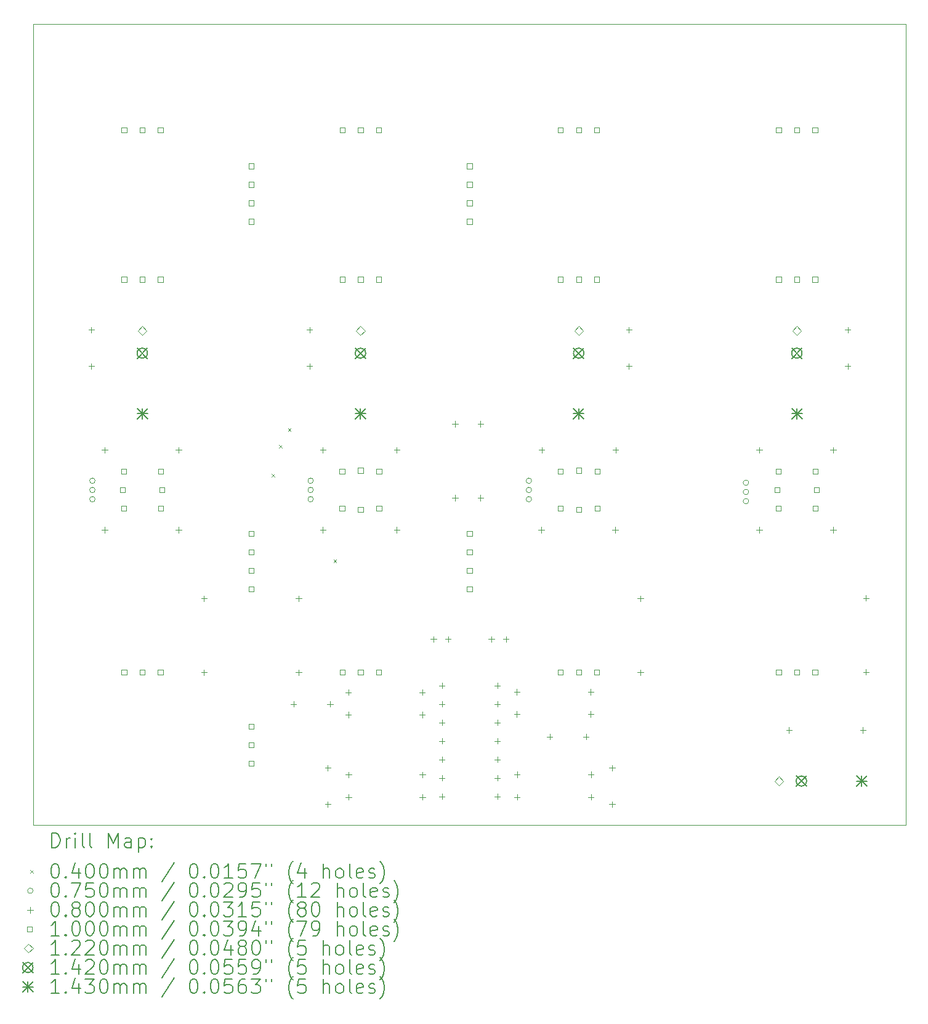
<source format=gbr>
%FSLAX45Y45*%
G04 Gerber Fmt 4.5, Leading zero omitted, Abs format (unit mm)*
G04 Created by KiCad (PCBNEW (6.0.6)) date 2022-10-26 08:52:09*
%MOMM*%
%LPD*%
G01*
G04 APERTURE LIST*
%TA.AperFunction,Profile*%
%ADD10C,0.050000*%
%TD*%
%ADD11C,0.200000*%
%ADD12C,0.040000*%
%ADD13C,0.075000*%
%ADD14C,0.080000*%
%ADD15C,0.100000*%
%ADD16C,0.122000*%
%ADD17C,0.142000*%
%ADD18C,0.143000*%
G04 APERTURE END LIST*
D10*
X7350000Y-3100000D02*
X19350000Y-3100000D01*
X19350000Y-3100000D02*
X19350000Y-14100000D01*
X7350000Y-3100000D02*
X7350000Y-14100000D01*
X7350000Y-14100000D02*
X19350000Y-14100000D01*
D11*
D12*
X10630000Y-9280000D02*
X10670000Y-9320000D01*
X10670000Y-9280000D02*
X10630000Y-9320000D01*
X10730000Y-8880000D02*
X10770000Y-8920000D01*
X10770000Y-8880000D02*
X10730000Y-8920000D01*
X10852002Y-8652002D02*
X10892002Y-8692002D01*
X10892002Y-8652002D02*
X10852002Y-8692002D01*
X11480000Y-10455000D02*
X11520000Y-10495000D01*
X11520000Y-10455000D02*
X11480000Y-10495000D01*
D13*
X8201500Y-9373000D02*
G75*
G03*
X8201500Y-9373000I-37500J0D01*
G01*
X8201500Y-9500000D02*
G75*
G03*
X8201500Y-9500000I-37500J0D01*
G01*
X8201500Y-9627000D02*
G75*
G03*
X8201500Y-9627000I-37500J0D01*
G01*
X11201500Y-9373000D02*
G75*
G03*
X11201500Y-9373000I-37500J0D01*
G01*
X11201500Y-9500000D02*
G75*
G03*
X11201500Y-9500000I-37500J0D01*
G01*
X11201500Y-9627000D02*
G75*
G03*
X11201500Y-9627000I-37500J0D01*
G01*
X14201500Y-9373000D02*
G75*
G03*
X14201500Y-9373000I-37500J0D01*
G01*
X14201500Y-9500000D02*
G75*
G03*
X14201500Y-9500000I-37500J0D01*
G01*
X14201500Y-9627000D02*
G75*
G03*
X14201500Y-9627000I-37500J0D01*
G01*
X17187500Y-9400000D02*
G75*
G03*
X17187500Y-9400000I-37500J0D01*
G01*
X17187500Y-9527000D02*
G75*
G03*
X17187500Y-9527000I-37500J0D01*
G01*
X17187500Y-9654000D02*
G75*
G03*
X17187500Y-9654000I-37500J0D01*
G01*
D14*
X8150000Y-7260000D02*
X8150000Y-7340000D01*
X8110000Y-7300000D02*
X8190000Y-7300000D01*
X8150000Y-7760000D02*
X8150000Y-7840000D01*
X8110000Y-7800000D02*
X8190000Y-7800000D01*
X8334000Y-8910000D02*
X8334000Y-8990000D01*
X8294000Y-8950000D02*
X8374000Y-8950000D01*
X8334000Y-10010000D02*
X8334000Y-10090000D01*
X8294000Y-10050000D02*
X8374000Y-10050000D01*
X9350000Y-8910000D02*
X9350000Y-8990000D01*
X9310000Y-8950000D02*
X9390000Y-8950000D01*
X9350000Y-10010000D02*
X9350000Y-10090000D01*
X9310000Y-10050000D02*
X9390000Y-10050000D01*
X9700000Y-10952000D02*
X9700000Y-11032000D01*
X9660000Y-10992000D02*
X9740000Y-10992000D01*
X9700000Y-11968000D02*
X9700000Y-12048000D01*
X9660000Y-12008000D02*
X9740000Y-12008000D01*
X10930000Y-12400000D02*
X10930000Y-12480000D01*
X10890000Y-12440000D02*
X10970000Y-12440000D01*
X11000000Y-10952000D02*
X11000000Y-11032000D01*
X10960000Y-10992000D02*
X11040000Y-10992000D01*
X11000000Y-11968000D02*
X11000000Y-12048000D01*
X10960000Y-12008000D02*
X11040000Y-12008000D01*
X11150000Y-7260000D02*
X11150000Y-7340000D01*
X11110000Y-7300000D02*
X11190000Y-7300000D01*
X11150000Y-7760000D02*
X11150000Y-7840000D01*
X11110000Y-7800000D02*
X11190000Y-7800000D01*
X11334000Y-8910000D02*
X11334000Y-8990000D01*
X11294000Y-8950000D02*
X11374000Y-8950000D01*
X11334000Y-10010000D02*
X11334000Y-10090000D01*
X11294000Y-10050000D02*
X11374000Y-10050000D01*
X11400000Y-13280000D02*
X11400000Y-13360000D01*
X11360000Y-13320000D02*
X11440000Y-13320000D01*
X11400000Y-13780000D02*
X11400000Y-13860000D01*
X11360000Y-13820000D02*
X11440000Y-13820000D01*
X11430000Y-12400000D02*
X11430000Y-12480000D01*
X11390000Y-12440000D02*
X11470000Y-12440000D01*
X11682000Y-12240000D02*
X11682000Y-12320000D01*
X11642000Y-12280000D02*
X11722000Y-12280000D01*
X11682000Y-12550000D02*
X11682000Y-12630000D01*
X11642000Y-12590000D02*
X11722000Y-12590000D01*
X11684000Y-13373000D02*
X11684000Y-13453000D01*
X11644000Y-13413000D02*
X11724000Y-13413000D01*
X11684000Y-13680000D02*
X11684000Y-13760000D01*
X11644000Y-13720000D02*
X11724000Y-13720000D01*
X12350000Y-8910000D02*
X12350000Y-8990000D01*
X12310000Y-8950000D02*
X12390000Y-8950000D01*
X12350000Y-10010000D02*
X12350000Y-10090000D01*
X12310000Y-10050000D02*
X12390000Y-10050000D01*
X12698000Y-12240000D02*
X12698000Y-12320000D01*
X12658000Y-12280000D02*
X12738000Y-12280000D01*
X12698000Y-12550000D02*
X12698000Y-12630000D01*
X12658000Y-12590000D02*
X12738000Y-12590000D01*
X12700000Y-13373000D02*
X12700000Y-13453000D01*
X12660000Y-13413000D02*
X12740000Y-13413000D01*
X12700000Y-13680000D02*
X12700000Y-13760000D01*
X12660000Y-13720000D02*
X12740000Y-13720000D01*
X12854489Y-11510000D02*
X12854489Y-11590000D01*
X12814489Y-11550000D02*
X12894489Y-11550000D01*
X12970000Y-12147500D02*
X12970000Y-12227500D01*
X12930000Y-12187500D02*
X13010000Y-12187500D01*
X12970000Y-12401500D02*
X12970000Y-12481500D01*
X12930000Y-12441500D02*
X13010000Y-12441500D01*
X12970000Y-12655500D02*
X12970000Y-12735500D01*
X12930000Y-12695500D02*
X13010000Y-12695500D01*
X12970000Y-12909500D02*
X12970000Y-12989500D01*
X12930000Y-12949500D02*
X13010000Y-12949500D01*
X12970000Y-13163500D02*
X12970000Y-13243500D01*
X12930000Y-13203500D02*
X13010000Y-13203500D01*
X12970000Y-13417500D02*
X12970000Y-13497500D01*
X12930000Y-13457500D02*
X13010000Y-13457500D01*
X12970000Y-13671500D02*
X12970000Y-13751500D01*
X12930000Y-13711500D02*
X13010000Y-13711500D01*
X13054489Y-11510000D02*
X13054489Y-11590000D01*
X13014489Y-11550000D02*
X13094489Y-11550000D01*
X13150000Y-8552000D02*
X13150000Y-8632000D01*
X13110000Y-8592000D02*
X13190000Y-8592000D01*
X13150000Y-9568000D02*
X13150000Y-9648000D01*
X13110000Y-9608000D02*
X13190000Y-9608000D01*
X13500000Y-8552000D02*
X13500000Y-8632000D01*
X13460000Y-8592000D02*
X13540000Y-8592000D01*
X13500000Y-9568000D02*
X13500000Y-9648000D01*
X13460000Y-9608000D02*
X13540000Y-9608000D01*
X13650000Y-11510000D02*
X13650000Y-11590000D01*
X13610000Y-11550000D02*
X13690000Y-11550000D01*
X13732000Y-12147500D02*
X13732000Y-12227500D01*
X13692000Y-12187500D02*
X13772000Y-12187500D01*
X13732000Y-12401500D02*
X13732000Y-12481500D01*
X13692000Y-12441500D02*
X13772000Y-12441500D01*
X13732000Y-12655500D02*
X13732000Y-12735500D01*
X13692000Y-12695500D02*
X13772000Y-12695500D01*
X13732000Y-12909500D02*
X13732000Y-12989500D01*
X13692000Y-12949500D02*
X13772000Y-12949500D01*
X13732000Y-13163500D02*
X13732000Y-13243500D01*
X13692000Y-13203500D02*
X13772000Y-13203500D01*
X13732000Y-13417500D02*
X13732000Y-13497500D01*
X13692000Y-13457500D02*
X13772000Y-13457500D01*
X13732000Y-13671500D02*
X13732000Y-13751500D01*
X13692000Y-13711500D02*
X13772000Y-13711500D01*
X13850000Y-11510000D02*
X13850000Y-11590000D01*
X13810000Y-11550000D02*
X13890000Y-11550000D01*
X14000000Y-12235000D02*
X14000000Y-12315000D01*
X13960000Y-12275000D02*
X14040000Y-12275000D01*
X14000000Y-12540000D02*
X14000000Y-12620000D01*
X13960000Y-12580000D02*
X14040000Y-12580000D01*
X14002000Y-13370000D02*
X14002000Y-13450000D01*
X13962000Y-13410000D02*
X14042000Y-13410000D01*
X14002000Y-13680000D02*
X14002000Y-13760000D01*
X13962000Y-13720000D02*
X14042000Y-13720000D01*
X14334000Y-10010000D02*
X14334000Y-10090000D01*
X14294000Y-10050000D02*
X14374000Y-10050000D01*
X14342000Y-8910000D02*
X14342000Y-8990000D01*
X14302000Y-8950000D02*
X14382000Y-8950000D01*
X14450000Y-12850000D02*
X14450000Y-12930000D01*
X14410000Y-12890000D02*
X14490000Y-12890000D01*
X14950000Y-12850000D02*
X14950000Y-12930000D01*
X14910000Y-12890000D02*
X14990000Y-12890000D01*
X15016000Y-12235000D02*
X15016000Y-12315000D01*
X14976000Y-12275000D02*
X15056000Y-12275000D01*
X15016000Y-12540000D02*
X15016000Y-12620000D01*
X14976000Y-12580000D02*
X15056000Y-12580000D01*
X15018000Y-13370000D02*
X15018000Y-13450000D01*
X14978000Y-13410000D02*
X15058000Y-13410000D01*
X15018000Y-13680000D02*
X15018000Y-13760000D01*
X14978000Y-13720000D02*
X15058000Y-13720000D01*
X15310000Y-13280000D02*
X15310000Y-13360000D01*
X15270000Y-13320000D02*
X15350000Y-13320000D01*
X15310000Y-13780000D02*
X15310000Y-13860000D01*
X15270000Y-13820000D02*
X15350000Y-13820000D01*
X15350000Y-10010000D02*
X15350000Y-10090000D01*
X15310000Y-10050000D02*
X15390000Y-10050000D01*
X15358000Y-8910000D02*
X15358000Y-8990000D01*
X15318000Y-8950000D02*
X15398000Y-8950000D01*
X15542000Y-7260000D02*
X15542000Y-7340000D01*
X15502000Y-7300000D02*
X15582000Y-7300000D01*
X15542000Y-7760000D02*
X15542000Y-7840000D01*
X15502000Y-7800000D02*
X15582000Y-7800000D01*
X15700000Y-10952000D02*
X15700000Y-11032000D01*
X15660000Y-10992000D02*
X15740000Y-10992000D01*
X15700000Y-11968000D02*
X15700000Y-12048000D01*
X15660000Y-12008000D02*
X15740000Y-12008000D01*
X17334000Y-8910000D02*
X17334000Y-8990000D01*
X17294000Y-8950000D02*
X17374000Y-8950000D01*
X17334000Y-10010000D02*
X17334000Y-10090000D01*
X17294000Y-10050000D02*
X17374000Y-10050000D01*
X17742000Y-12760000D02*
X17742000Y-12840000D01*
X17702000Y-12800000D02*
X17782000Y-12800000D01*
X18350000Y-8910000D02*
X18350000Y-8990000D01*
X18310000Y-8950000D02*
X18390000Y-8950000D01*
X18350000Y-10010000D02*
X18350000Y-10090000D01*
X18310000Y-10050000D02*
X18390000Y-10050000D01*
X18550000Y-7260000D02*
X18550000Y-7340000D01*
X18510000Y-7300000D02*
X18590000Y-7300000D01*
X18550000Y-7760000D02*
X18550000Y-7840000D01*
X18510000Y-7800000D02*
X18590000Y-7800000D01*
X18758000Y-12760000D02*
X18758000Y-12840000D01*
X18718000Y-12800000D02*
X18798000Y-12800000D01*
X18800000Y-10944000D02*
X18800000Y-11024000D01*
X18760000Y-10984000D02*
X18840000Y-10984000D01*
X18800000Y-11960000D02*
X18800000Y-12040000D01*
X18760000Y-12000000D02*
X18840000Y-12000000D01*
D15*
X8615356Y-9535356D02*
X8615356Y-9464644D01*
X8544644Y-9464644D01*
X8544644Y-9535356D01*
X8615356Y-9535356D01*
X8631356Y-9281356D02*
X8631356Y-9210644D01*
X8560644Y-9210644D01*
X8560644Y-9281356D01*
X8631356Y-9281356D01*
X8631356Y-9789356D02*
X8631356Y-9718644D01*
X8560644Y-9718644D01*
X8560644Y-9789356D01*
X8631356Y-9789356D01*
X8635356Y-4590356D02*
X8635356Y-4519644D01*
X8564644Y-4519644D01*
X8564644Y-4590356D01*
X8635356Y-4590356D01*
X8635356Y-6640356D02*
X8635356Y-6569644D01*
X8564644Y-6569644D01*
X8564644Y-6640356D01*
X8635356Y-6640356D01*
X8635356Y-12040356D02*
X8635356Y-11969644D01*
X8564644Y-11969644D01*
X8564644Y-12040356D01*
X8635356Y-12040356D01*
X8885356Y-4590356D02*
X8885356Y-4519644D01*
X8814644Y-4519644D01*
X8814644Y-4590356D01*
X8885356Y-4590356D01*
X8885356Y-6640356D02*
X8885356Y-6569644D01*
X8814644Y-6569644D01*
X8814644Y-6640356D01*
X8885356Y-6640356D01*
X8885356Y-12040356D02*
X8885356Y-11969644D01*
X8814644Y-11969644D01*
X8814644Y-12040356D01*
X8885356Y-12040356D01*
X9135356Y-4590356D02*
X9135356Y-4519644D01*
X9064644Y-4519644D01*
X9064644Y-4590356D01*
X9135356Y-4590356D01*
X9135356Y-6640356D02*
X9135356Y-6569644D01*
X9064644Y-6569644D01*
X9064644Y-6640356D01*
X9135356Y-6640356D01*
X9135356Y-12040356D02*
X9135356Y-11969644D01*
X9064644Y-11969644D01*
X9064644Y-12040356D01*
X9135356Y-12040356D01*
X9139356Y-9281356D02*
X9139356Y-9210644D01*
X9068644Y-9210644D01*
X9068644Y-9281356D01*
X9139356Y-9281356D01*
X9139356Y-9789356D02*
X9139356Y-9718644D01*
X9068644Y-9718644D01*
X9068644Y-9789356D01*
X9139356Y-9789356D01*
X9155356Y-9535356D02*
X9155356Y-9464644D01*
X9084644Y-9464644D01*
X9084644Y-9535356D01*
X9155356Y-9535356D01*
X10385356Y-5085356D02*
X10385356Y-5014644D01*
X10314644Y-5014644D01*
X10314644Y-5085356D01*
X10385356Y-5085356D01*
X10385356Y-5339356D02*
X10385356Y-5268644D01*
X10314644Y-5268644D01*
X10314644Y-5339356D01*
X10385356Y-5339356D01*
X10385356Y-5593356D02*
X10385356Y-5522644D01*
X10314644Y-5522644D01*
X10314644Y-5593356D01*
X10385356Y-5593356D01*
X10385356Y-5847356D02*
X10385356Y-5776644D01*
X10314644Y-5776644D01*
X10314644Y-5847356D01*
X10385356Y-5847356D01*
X10385356Y-10135356D02*
X10385356Y-10064644D01*
X10314644Y-10064644D01*
X10314644Y-10135356D01*
X10385356Y-10135356D01*
X10385356Y-10389356D02*
X10385356Y-10318644D01*
X10314644Y-10318644D01*
X10314644Y-10389356D01*
X10385356Y-10389356D01*
X10385356Y-10643356D02*
X10385356Y-10572644D01*
X10314644Y-10572644D01*
X10314644Y-10643356D01*
X10385356Y-10643356D01*
X10385356Y-10897356D02*
X10385356Y-10826644D01*
X10314644Y-10826644D01*
X10314644Y-10897356D01*
X10385356Y-10897356D01*
X10385356Y-12785356D02*
X10385356Y-12714644D01*
X10314644Y-12714644D01*
X10314644Y-12785356D01*
X10385356Y-12785356D01*
X10385356Y-13039356D02*
X10385356Y-12968644D01*
X10314644Y-12968644D01*
X10314644Y-13039356D01*
X10385356Y-13039356D01*
X10385356Y-13293356D02*
X10385356Y-13222644D01*
X10314644Y-13222644D01*
X10314644Y-13293356D01*
X10385356Y-13293356D01*
X11631356Y-9281356D02*
X11631356Y-9210644D01*
X11560644Y-9210644D01*
X11560644Y-9281356D01*
X11631356Y-9281356D01*
X11631356Y-9789356D02*
X11631356Y-9718644D01*
X11560644Y-9718644D01*
X11560644Y-9789356D01*
X11631356Y-9789356D01*
X11635356Y-4590356D02*
X11635356Y-4519644D01*
X11564644Y-4519644D01*
X11564644Y-4590356D01*
X11635356Y-4590356D01*
X11635356Y-6640356D02*
X11635356Y-6569644D01*
X11564644Y-6569644D01*
X11564644Y-6640356D01*
X11635356Y-6640356D01*
X11635356Y-12040356D02*
X11635356Y-11969644D01*
X11564644Y-11969644D01*
X11564644Y-12040356D01*
X11635356Y-12040356D01*
X11885356Y-4590356D02*
X11885356Y-4519644D01*
X11814644Y-4519644D01*
X11814644Y-4590356D01*
X11885356Y-4590356D01*
X11885356Y-6640356D02*
X11885356Y-6569644D01*
X11814644Y-6569644D01*
X11814644Y-6640356D01*
X11885356Y-6640356D01*
X11885356Y-9265356D02*
X11885356Y-9194644D01*
X11814644Y-9194644D01*
X11814644Y-9265356D01*
X11885356Y-9265356D01*
X11885356Y-9805356D02*
X11885356Y-9734644D01*
X11814644Y-9734644D01*
X11814644Y-9805356D01*
X11885356Y-9805356D01*
X11885356Y-12040356D02*
X11885356Y-11969644D01*
X11814644Y-11969644D01*
X11814644Y-12040356D01*
X11885356Y-12040356D01*
X12135356Y-4590356D02*
X12135356Y-4519644D01*
X12064644Y-4519644D01*
X12064644Y-4590356D01*
X12135356Y-4590356D01*
X12135356Y-6640356D02*
X12135356Y-6569644D01*
X12064644Y-6569644D01*
X12064644Y-6640356D01*
X12135356Y-6640356D01*
X12135356Y-12040356D02*
X12135356Y-11969644D01*
X12064644Y-11969644D01*
X12064644Y-12040356D01*
X12135356Y-12040356D01*
X12139356Y-9281356D02*
X12139356Y-9210644D01*
X12068644Y-9210644D01*
X12068644Y-9281356D01*
X12139356Y-9281356D01*
X12139356Y-9789356D02*
X12139356Y-9718644D01*
X12068644Y-9718644D01*
X12068644Y-9789356D01*
X12139356Y-9789356D01*
X13385356Y-5085356D02*
X13385356Y-5014644D01*
X13314644Y-5014644D01*
X13314644Y-5085356D01*
X13385356Y-5085356D01*
X13385356Y-5339356D02*
X13385356Y-5268644D01*
X13314644Y-5268644D01*
X13314644Y-5339356D01*
X13385356Y-5339356D01*
X13385356Y-5593356D02*
X13385356Y-5522644D01*
X13314644Y-5522644D01*
X13314644Y-5593356D01*
X13385356Y-5593356D01*
X13385356Y-5847356D02*
X13385356Y-5776644D01*
X13314644Y-5776644D01*
X13314644Y-5847356D01*
X13385356Y-5847356D01*
X13385356Y-10135356D02*
X13385356Y-10064644D01*
X13314644Y-10064644D01*
X13314644Y-10135356D01*
X13385356Y-10135356D01*
X13385356Y-10389356D02*
X13385356Y-10318644D01*
X13314644Y-10318644D01*
X13314644Y-10389356D01*
X13385356Y-10389356D01*
X13385356Y-10643356D02*
X13385356Y-10572644D01*
X13314644Y-10572644D01*
X13314644Y-10643356D01*
X13385356Y-10643356D01*
X13385356Y-10897356D02*
X13385356Y-10826644D01*
X13314644Y-10826644D01*
X13314644Y-10897356D01*
X13385356Y-10897356D01*
X14631356Y-9281356D02*
X14631356Y-9210644D01*
X14560644Y-9210644D01*
X14560644Y-9281356D01*
X14631356Y-9281356D01*
X14631356Y-9789356D02*
X14631356Y-9718644D01*
X14560644Y-9718644D01*
X14560644Y-9789356D01*
X14631356Y-9789356D01*
X14635356Y-4590356D02*
X14635356Y-4519644D01*
X14564644Y-4519644D01*
X14564644Y-4590356D01*
X14635356Y-4590356D01*
X14635356Y-6640356D02*
X14635356Y-6569644D01*
X14564644Y-6569644D01*
X14564644Y-6640356D01*
X14635356Y-6640356D01*
X14635356Y-12040356D02*
X14635356Y-11969644D01*
X14564644Y-11969644D01*
X14564644Y-12040356D01*
X14635356Y-12040356D01*
X14885356Y-4590356D02*
X14885356Y-4519644D01*
X14814644Y-4519644D01*
X14814644Y-4590356D01*
X14885356Y-4590356D01*
X14885356Y-6640356D02*
X14885356Y-6569644D01*
X14814644Y-6569644D01*
X14814644Y-6640356D01*
X14885356Y-6640356D01*
X14885356Y-9265356D02*
X14885356Y-9194644D01*
X14814644Y-9194644D01*
X14814644Y-9265356D01*
X14885356Y-9265356D01*
X14885356Y-9805356D02*
X14885356Y-9734644D01*
X14814644Y-9734644D01*
X14814644Y-9805356D01*
X14885356Y-9805356D01*
X14885356Y-12040356D02*
X14885356Y-11969644D01*
X14814644Y-11969644D01*
X14814644Y-12040356D01*
X14885356Y-12040356D01*
X15135356Y-4590356D02*
X15135356Y-4519644D01*
X15064644Y-4519644D01*
X15064644Y-4590356D01*
X15135356Y-4590356D01*
X15135356Y-6640356D02*
X15135356Y-6569644D01*
X15064644Y-6569644D01*
X15064644Y-6640356D01*
X15135356Y-6640356D01*
X15135356Y-12040356D02*
X15135356Y-11969644D01*
X15064644Y-11969644D01*
X15064644Y-12040356D01*
X15135356Y-12040356D01*
X15139356Y-9281356D02*
X15139356Y-9210644D01*
X15068644Y-9210644D01*
X15068644Y-9281356D01*
X15139356Y-9281356D01*
X15139356Y-9789356D02*
X15139356Y-9718644D01*
X15068644Y-9718644D01*
X15068644Y-9789356D01*
X15139356Y-9789356D01*
X17615356Y-9535356D02*
X17615356Y-9464644D01*
X17544644Y-9464644D01*
X17544644Y-9535356D01*
X17615356Y-9535356D01*
X17631356Y-9281356D02*
X17631356Y-9210644D01*
X17560644Y-9210644D01*
X17560644Y-9281356D01*
X17631356Y-9281356D01*
X17631356Y-9789356D02*
X17631356Y-9718644D01*
X17560644Y-9718644D01*
X17560644Y-9789356D01*
X17631356Y-9789356D01*
X17635356Y-4590356D02*
X17635356Y-4519644D01*
X17564644Y-4519644D01*
X17564644Y-4590356D01*
X17635356Y-4590356D01*
X17635356Y-6640356D02*
X17635356Y-6569644D01*
X17564644Y-6569644D01*
X17564644Y-6640356D01*
X17635356Y-6640356D01*
X17635356Y-12040356D02*
X17635356Y-11969644D01*
X17564644Y-11969644D01*
X17564644Y-12040356D01*
X17635356Y-12040356D01*
X17885356Y-4590356D02*
X17885356Y-4519644D01*
X17814644Y-4519644D01*
X17814644Y-4590356D01*
X17885356Y-4590356D01*
X17885356Y-6640356D02*
X17885356Y-6569644D01*
X17814644Y-6569644D01*
X17814644Y-6640356D01*
X17885356Y-6640356D01*
X17885356Y-12040356D02*
X17885356Y-11969644D01*
X17814644Y-11969644D01*
X17814644Y-12040356D01*
X17885356Y-12040356D01*
X18135356Y-4590356D02*
X18135356Y-4519644D01*
X18064644Y-4519644D01*
X18064644Y-4590356D01*
X18135356Y-4590356D01*
X18135356Y-6640356D02*
X18135356Y-6569644D01*
X18064644Y-6569644D01*
X18064644Y-6640356D01*
X18135356Y-6640356D01*
X18135356Y-12040356D02*
X18135356Y-11969644D01*
X18064644Y-11969644D01*
X18064644Y-12040356D01*
X18135356Y-12040356D01*
X18139356Y-9281356D02*
X18139356Y-9210644D01*
X18068644Y-9210644D01*
X18068644Y-9281356D01*
X18139356Y-9281356D01*
X18139356Y-9789356D02*
X18139356Y-9718644D01*
X18068644Y-9718644D01*
X18068644Y-9789356D01*
X18139356Y-9789356D01*
X18155356Y-9535356D02*
X18155356Y-9464644D01*
X18084644Y-9464644D01*
X18084644Y-9535356D01*
X18155356Y-9535356D01*
D16*
X8850000Y-7371000D02*
X8911000Y-7310000D01*
X8850000Y-7249000D01*
X8789000Y-7310000D01*
X8850000Y-7371000D01*
X11850000Y-7371000D02*
X11911000Y-7310000D01*
X11850000Y-7249000D01*
X11789000Y-7310000D01*
X11850000Y-7371000D01*
X14850000Y-7371000D02*
X14911000Y-7310000D01*
X14850000Y-7249000D01*
X14789000Y-7310000D01*
X14850000Y-7371000D01*
X17602000Y-13561000D02*
X17663000Y-13500000D01*
X17602000Y-13439000D01*
X17541000Y-13500000D01*
X17602000Y-13561000D01*
X17850000Y-7371000D02*
X17911000Y-7310000D01*
X17850000Y-7249000D01*
X17789000Y-7310000D01*
X17850000Y-7371000D01*
D17*
X8779000Y-7549000D02*
X8921000Y-7691000D01*
X8921000Y-7549000D02*
X8779000Y-7691000D01*
X8921000Y-7620000D02*
G75*
G03*
X8921000Y-7620000I-71000J0D01*
G01*
X11779000Y-7549000D02*
X11921000Y-7691000D01*
X11921000Y-7549000D02*
X11779000Y-7691000D01*
X11921000Y-7620000D02*
G75*
G03*
X11921000Y-7620000I-71000J0D01*
G01*
X14779000Y-7549000D02*
X14921000Y-7691000D01*
X14921000Y-7549000D02*
X14779000Y-7691000D01*
X14921000Y-7620000D02*
G75*
G03*
X14921000Y-7620000I-71000J0D01*
G01*
X17779000Y-7549000D02*
X17921000Y-7691000D01*
X17921000Y-7549000D02*
X17779000Y-7691000D01*
X17921000Y-7620000D02*
G75*
G03*
X17921000Y-7620000I-71000J0D01*
G01*
X17841000Y-13429000D02*
X17983000Y-13571000D01*
X17983000Y-13429000D02*
X17841000Y-13571000D01*
X17983000Y-13500000D02*
G75*
G03*
X17983000Y-13500000I-71000J0D01*
G01*
D18*
X8778500Y-8378500D02*
X8921500Y-8521500D01*
X8921500Y-8378500D02*
X8778500Y-8521500D01*
X8850000Y-8378500D02*
X8850000Y-8521500D01*
X8778500Y-8450000D02*
X8921500Y-8450000D01*
X11778500Y-8378500D02*
X11921500Y-8521500D01*
X11921500Y-8378500D02*
X11778500Y-8521500D01*
X11850000Y-8378500D02*
X11850000Y-8521500D01*
X11778500Y-8450000D02*
X11921500Y-8450000D01*
X14778500Y-8378500D02*
X14921500Y-8521500D01*
X14921500Y-8378500D02*
X14778500Y-8521500D01*
X14850000Y-8378500D02*
X14850000Y-8521500D01*
X14778500Y-8450000D02*
X14921500Y-8450000D01*
X17778500Y-8378500D02*
X17921500Y-8521500D01*
X17921500Y-8378500D02*
X17778500Y-8521500D01*
X17850000Y-8378500D02*
X17850000Y-8521500D01*
X17778500Y-8450000D02*
X17921500Y-8450000D01*
X18670500Y-13428500D02*
X18813500Y-13571500D01*
X18813500Y-13428500D02*
X18670500Y-13571500D01*
X18742000Y-13428500D02*
X18742000Y-13571500D01*
X18670500Y-13500000D02*
X18813500Y-13500000D01*
D11*
X7605119Y-14412976D02*
X7605119Y-14212976D01*
X7652738Y-14212976D01*
X7681309Y-14222500D01*
X7700357Y-14241548D01*
X7709881Y-14260595D01*
X7719405Y-14298690D01*
X7719405Y-14327262D01*
X7709881Y-14365357D01*
X7700357Y-14384405D01*
X7681309Y-14403452D01*
X7652738Y-14412976D01*
X7605119Y-14412976D01*
X7805119Y-14412976D02*
X7805119Y-14279643D01*
X7805119Y-14317738D02*
X7814643Y-14298690D01*
X7824167Y-14289167D01*
X7843214Y-14279643D01*
X7862262Y-14279643D01*
X7928928Y-14412976D02*
X7928928Y-14279643D01*
X7928928Y-14212976D02*
X7919405Y-14222500D01*
X7928928Y-14232024D01*
X7938452Y-14222500D01*
X7928928Y-14212976D01*
X7928928Y-14232024D01*
X8052738Y-14412976D02*
X8033690Y-14403452D01*
X8024167Y-14384405D01*
X8024167Y-14212976D01*
X8157500Y-14412976D02*
X8138452Y-14403452D01*
X8128928Y-14384405D01*
X8128928Y-14212976D01*
X8386071Y-14412976D02*
X8386071Y-14212976D01*
X8452738Y-14355833D01*
X8519405Y-14212976D01*
X8519405Y-14412976D01*
X8700357Y-14412976D02*
X8700357Y-14308214D01*
X8690833Y-14289167D01*
X8671786Y-14279643D01*
X8633690Y-14279643D01*
X8614643Y-14289167D01*
X8700357Y-14403452D02*
X8681310Y-14412976D01*
X8633690Y-14412976D01*
X8614643Y-14403452D01*
X8605119Y-14384405D01*
X8605119Y-14365357D01*
X8614643Y-14346309D01*
X8633690Y-14336786D01*
X8681310Y-14336786D01*
X8700357Y-14327262D01*
X8795595Y-14279643D02*
X8795595Y-14479643D01*
X8795595Y-14289167D02*
X8814643Y-14279643D01*
X8852738Y-14279643D01*
X8871786Y-14289167D01*
X8881310Y-14298690D01*
X8890833Y-14317738D01*
X8890833Y-14374881D01*
X8881310Y-14393928D01*
X8871786Y-14403452D01*
X8852738Y-14412976D01*
X8814643Y-14412976D01*
X8795595Y-14403452D01*
X8976548Y-14393928D02*
X8986071Y-14403452D01*
X8976548Y-14412976D01*
X8967024Y-14403452D01*
X8976548Y-14393928D01*
X8976548Y-14412976D01*
X8976548Y-14289167D02*
X8986071Y-14298690D01*
X8976548Y-14308214D01*
X8967024Y-14298690D01*
X8976548Y-14289167D01*
X8976548Y-14308214D01*
D12*
X7307500Y-14722500D02*
X7347500Y-14762500D01*
X7347500Y-14722500D02*
X7307500Y-14762500D01*
D11*
X7643214Y-14632976D02*
X7662262Y-14632976D01*
X7681309Y-14642500D01*
X7690833Y-14652024D01*
X7700357Y-14671071D01*
X7709881Y-14709167D01*
X7709881Y-14756786D01*
X7700357Y-14794881D01*
X7690833Y-14813928D01*
X7681309Y-14823452D01*
X7662262Y-14832976D01*
X7643214Y-14832976D01*
X7624167Y-14823452D01*
X7614643Y-14813928D01*
X7605119Y-14794881D01*
X7595595Y-14756786D01*
X7595595Y-14709167D01*
X7605119Y-14671071D01*
X7614643Y-14652024D01*
X7624167Y-14642500D01*
X7643214Y-14632976D01*
X7795595Y-14813928D02*
X7805119Y-14823452D01*
X7795595Y-14832976D01*
X7786071Y-14823452D01*
X7795595Y-14813928D01*
X7795595Y-14832976D01*
X7976548Y-14699643D02*
X7976548Y-14832976D01*
X7928928Y-14623452D02*
X7881309Y-14766309D01*
X8005119Y-14766309D01*
X8119405Y-14632976D02*
X8138452Y-14632976D01*
X8157500Y-14642500D01*
X8167024Y-14652024D01*
X8176548Y-14671071D01*
X8186071Y-14709167D01*
X8186071Y-14756786D01*
X8176548Y-14794881D01*
X8167024Y-14813928D01*
X8157500Y-14823452D01*
X8138452Y-14832976D01*
X8119405Y-14832976D01*
X8100357Y-14823452D01*
X8090833Y-14813928D01*
X8081309Y-14794881D01*
X8071786Y-14756786D01*
X8071786Y-14709167D01*
X8081309Y-14671071D01*
X8090833Y-14652024D01*
X8100357Y-14642500D01*
X8119405Y-14632976D01*
X8309881Y-14632976D02*
X8328928Y-14632976D01*
X8347976Y-14642500D01*
X8357500Y-14652024D01*
X8367024Y-14671071D01*
X8376548Y-14709167D01*
X8376548Y-14756786D01*
X8367024Y-14794881D01*
X8357500Y-14813928D01*
X8347976Y-14823452D01*
X8328928Y-14832976D01*
X8309881Y-14832976D01*
X8290833Y-14823452D01*
X8281309Y-14813928D01*
X8271786Y-14794881D01*
X8262262Y-14756786D01*
X8262262Y-14709167D01*
X8271786Y-14671071D01*
X8281309Y-14652024D01*
X8290833Y-14642500D01*
X8309881Y-14632976D01*
X8462262Y-14832976D02*
X8462262Y-14699643D01*
X8462262Y-14718690D02*
X8471786Y-14709167D01*
X8490833Y-14699643D01*
X8519405Y-14699643D01*
X8538452Y-14709167D01*
X8547976Y-14728214D01*
X8547976Y-14832976D01*
X8547976Y-14728214D02*
X8557500Y-14709167D01*
X8576548Y-14699643D01*
X8605119Y-14699643D01*
X8624167Y-14709167D01*
X8633690Y-14728214D01*
X8633690Y-14832976D01*
X8728929Y-14832976D02*
X8728929Y-14699643D01*
X8728929Y-14718690D02*
X8738452Y-14709167D01*
X8757500Y-14699643D01*
X8786071Y-14699643D01*
X8805119Y-14709167D01*
X8814643Y-14728214D01*
X8814643Y-14832976D01*
X8814643Y-14728214D02*
X8824167Y-14709167D01*
X8843214Y-14699643D01*
X8871786Y-14699643D01*
X8890833Y-14709167D01*
X8900357Y-14728214D01*
X8900357Y-14832976D01*
X9290833Y-14623452D02*
X9119405Y-14880595D01*
X9547976Y-14632976D02*
X9567024Y-14632976D01*
X9586071Y-14642500D01*
X9595595Y-14652024D01*
X9605119Y-14671071D01*
X9614643Y-14709167D01*
X9614643Y-14756786D01*
X9605119Y-14794881D01*
X9595595Y-14813928D01*
X9586071Y-14823452D01*
X9567024Y-14832976D01*
X9547976Y-14832976D01*
X9528929Y-14823452D01*
X9519405Y-14813928D01*
X9509881Y-14794881D01*
X9500357Y-14756786D01*
X9500357Y-14709167D01*
X9509881Y-14671071D01*
X9519405Y-14652024D01*
X9528929Y-14642500D01*
X9547976Y-14632976D01*
X9700357Y-14813928D02*
X9709881Y-14823452D01*
X9700357Y-14832976D01*
X9690833Y-14823452D01*
X9700357Y-14813928D01*
X9700357Y-14832976D01*
X9833690Y-14632976D02*
X9852738Y-14632976D01*
X9871786Y-14642500D01*
X9881310Y-14652024D01*
X9890833Y-14671071D01*
X9900357Y-14709167D01*
X9900357Y-14756786D01*
X9890833Y-14794881D01*
X9881310Y-14813928D01*
X9871786Y-14823452D01*
X9852738Y-14832976D01*
X9833690Y-14832976D01*
X9814643Y-14823452D01*
X9805119Y-14813928D01*
X9795595Y-14794881D01*
X9786071Y-14756786D01*
X9786071Y-14709167D01*
X9795595Y-14671071D01*
X9805119Y-14652024D01*
X9814643Y-14642500D01*
X9833690Y-14632976D01*
X10090833Y-14832976D02*
X9976548Y-14832976D01*
X10033690Y-14832976D02*
X10033690Y-14632976D01*
X10014643Y-14661548D01*
X9995595Y-14680595D01*
X9976548Y-14690119D01*
X10271786Y-14632976D02*
X10176548Y-14632976D01*
X10167024Y-14728214D01*
X10176548Y-14718690D01*
X10195595Y-14709167D01*
X10243214Y-14709167D01*
X10262262Y-14718690D01*
X10271786Y-14728214D01*
X10281310Y-14747262D01*
X10281310Y-14794881D01*
X10271786Y-14813928D01*
X10262262Y-14823452D01*
X10243214Y-14832976D01*
X10195595Y-14832976D01*
X10176548Y-14823452D01*
X10167024Y-14813928D01*
X10347976Y-14632976D02*
X10481310Y-14632976D01*
X10395595Y-14832976D01*
X10547976Y-14632976D02*
X10547976Y-14671071D01*
X10624167Y-14632976D02*
X10624167Y-14671071D01*
X10919405Y-14909167D02*
X10909881Y-14899643D01*
X10890833Y-14871071D01*
X10881310Y-14852024D01*
X10871786Y-14823452D01*
X10862262Y-14775833D01*
X10862262Y-14737738D01*
X10871786Y-14690119D01*
X10881310Y-14661548D01*
X10890833Y-14642500D01*
X10909881Y-14613928D01*
X10919405Y-14604405D01*
X11081310Y-14699643D02*
X11081310Y-14832976D01*
X11033690Y-14623452D02*
X10986071Y-14766309D01*
X11109881Y-14766309D01*
X11338452Y-14832976D02*
X11338452Y-14632976D01*
X11424167Y-14832976D02*
X11424167Y-14728214D01*
X11414643Y-14709167D01*
X11395595Y-14699643D01*
X11367024Y-14699643D01*
X11347976Y-14709167D01*
X11338452Y-14718690D01*
X11547976Y-14832976D02*
X11528928Y-14823452D01*
X11519405Y-14813928D01*
X11509881Y-14794881D01*
X11509881Y-14737738D01*
X11519405Y-14718690D01*
X11528928Y-14709167D01*
X11547976Y-14699643D01*
X11576548Y-14699643D01*
X11595595Y-14709167D01*
X11605119Y-14718690D01*
X11614643Y-14737738D01*
X11614643Y-14794881D01*
X11605119Y-14813928D01*
X11595595Y-14823452D01*
X11576548Y-14832976D01*
X11547976Y-14832976D01*
X11728928Y-14832976D02*
X11709881Y-14823452D01*
X11700357Y-14804405D01*
X11700357Y-14632976D01*
X11881309Y-14823452D02*
X11862262Y-14832976D01*
X11824167Y-14832976D01*
X11805119Y-14823452D01*
X11795595Y-14804405D01*
X11795595Y-14728214D01*
X11805119Y-14709167D01*
X11824167Y-14699643D01*
X11862262Y-14699643D01*
X11881309Y-14709167D01*
X11890833Y-14728214D01*
X11890833Y-14747262D01*
X11795595Y-14766309D01*
X11967024Y-14823452D02*
X11986071Y-14832976D01*
X12024167Y-14832976D01*
X12043214Y-14823452D01*
X12052738Y-14804405D01*
X12052738Y-14794881D01*
X12043214Y-14775833D01*
X12024167Y-14766309D01*
X11995595Y-14766309D01*
X11976548Y-14756786D01*
X11967024Y-14737738D01*
X11967024Y-14728214D01*
X11976548Y-14709167D01*
X11995595Y-14699643D01*
X12024167Y-14699643D01*
X12043214Y-14709167D01*
X12119405Y-14909167D02*
X12128928Y-14899643D01*
X12147976Y-14871071D01*
X12157500Y-14852024D01*
X12167024Y-14823452D01*
X12176548Y-14775833D01*
X12176548Y-14737738D01*
X12167024Y-14690119D01*
X12157500Y-14661548D01*
X12147976Y-14642500D01*
X12128928Y-14613928D01*
X12119405Y-14604405D01*
D13*
X7347500Y-15006500D02*
G75*
G03*
X7347500Y-15006500I-37500J0D01*
G01*
D11*
X7643214Y-14896976D02*
X7662262Y-14896976D01*
X7681309Y-14906500D01*
X7690833Y-14916024D01*
X7700357Y-14935071D01*
X7709881Y-14973167D01*
X7709881Y-15020786D01*
X7700357Y-15058881D01*
X7690833Y-15077928D01*
X7681309Y-15087452D01*
X7662262Y-15096976D01*
X7643214Y-15096976D01*
X7624167Y-15087452D01*
X7614643Y-15077928D01*
X7605119Y-15058881D01*
X7595595Y-15020786D01*
X7595595Y-14973167D01*
X7605119Y-14935071D01*
X7614643Y-14916024D01*
X7624167Y-14906500D01*
X7643214Y-14896976D01*
X7795595Y-15077928D02*
X7805119Y-15087452D01*
X7795595Y-15096976D01*
X7786071Y-15087452D01*
X7795595Y-15077928D01*
X7795595Y-15096976D01*
X7871786Y-14896976D02*
X8005119Y-14896976D01*
X7919405Y-15096976D01*
X8176548Y-14896976D02*
X8081309Y-14896976D01*
X8071786Y-14992214D01*
X8081309Y-14982690D01*
X8100357Y-14973167D01*
X8147976Y-14973167D01*
X8167024Y-14982690D01*
X8176548Y-14992214D01*
X8186071Y-15011262D01*
X8186071Y-15058881D01*
X8176548Y-15077928D01*
X8167024Y-15087452D01*
X8147976Y-15096976D01*
X8100357Y-15096976D01*
X8081309Y-15087452D01*
X8071786Y-15077928D01*
X8309881Y-14896976D02*
X8328928Y-14896976D01*
X8347976Y-14906500D01*
X8357500Y-14916024D01*
X8367024Y-14935071D01*
X8376548Y-14973167D01*
X8376548Y-15020786D01*
X8367024Y-15058881D01*
X8357500Y-15077928D01*
X8347976Y-15087452D01*
X8328928Y-15096976D01*
X8309881Y-15096976D01*
X8290833Y-15087452D01*
X8281309Y-15077928D01*
X8271786Y-15058881D01*
X8262262Y-15020786D01*
X8262262Y-14973167D01*
X8271786Y-14935071D01*
X8281309Y-14916024D01*
X8290833Y-14906500D01*
X8309881Y-14896976D01*
X8462262Y-15096976D02*
X8462262Y-14963643D01*
X8462262Y-14982690D02*
X8471786Y-14973167D01*
X8490833Y-14963643D01*
X8519405Y-14963643D01*
X8538452Y-14973167D01*
X8547976Y-14992214D01*
X8547976Y-15096976D01*
X8547976Y-14992214D02*
X8557500Y-14973167D01*
X8576548Y-14963643D01*
X8605119Y-14963643D01*
X8624167Y-14973167D01*
X8633690Y-14992214D01*
X8633690Y-15096976D01*
X8728929Y-15096976D02*
X8728929Y-14963643D01*
X8728929Y-14982690D02*
X8738452Y-14973167D01*
X8757500Y-14963643D01*
X8786071Y-14963643D01*
X8805119Y-14973167D01*
X8814643Y-14992214D01*
X8814643Y-15096976D01*
X8814643Y-14992214D02*
X8824167Y-14973167D01*
X8843214Y-14963643D01*
X8871786Y-14963643D01*
X8890833Y-14973167D01*
X8900357Y-14992214D01*
X8900357Y-15096976D01*
X9290833Y-14887452D02*
X9119405Y-15144595D01*
X9547976Y-14896976D02*
X9567024Y-14896976D01*
X9586071Y-14906500D01*
X9595595Y-14916024D01*
X9605119Y-14935071D01*
X9614643Y-14973167D01*
X9614643Y-15020786D01*
X9605119Y-15058881D01*
X9595595Y-15077928D01*
X9586071Y-15087452D01*
X9567024Y-15096976D01*
X9547976Y-15096976D01*
X9528929Y-15087452D01*
X9519405Y-15077928D01*
X9509881Y-15058881D01*
X9500357Y-15020786D01*
X9500357Y-14973167D01*
X9509881Y-14935071D01*
X9519405Y-14916024D01*
X9528929Y-14906500D01*
X9547976Y-14896976D01*
X9700357Y-15077928D02*
X9709881Y-15087452D01*
X9700357Y-15096976D01*
X9690833Y-15087452D01*
X9700357Y-15077928D01*
X9700357Y-15096976D01*
X9833690Y-14896976D02*
X9852738Y-14896976D01*
X9871786Y-14906500D01*
X9881310Y-14916024D01*
X9890833Y-14935071D01*
X9900357Y-14973167D01*
X9900357Y-15020786D01*
X9890833Y-15058881D01*
X9881310Y-15077928D01*
X9871786Y-15087452D01*
X9852738Y-15096976D01*
X9833690Y-15096976D01*
X9814643Y-15087452D01*
X9805119Y-15077928D01*
X9795595Y-15058881D01*
X9786071Y-15020786D01*
X9786071Y-14973167D01*
X9795595Y-14935071D01*
X9805119Y-14916024D01*
X9814643Y-14906500D01*
X9833690Y-14896976D01*
X9976548Y-14916024D02*
X9986071Y-14906500D01*
X10005119Y-14896976D01*
X10052738Y-14896976D01*
X10071786Y-14906500D01*
X10081310Y-14916024D01*
X10090833Y-14935071D01*
X10090833Y-14954119D01*
X10081310Y-14982690D01*
X9967024Y-15096976D01*
X10090833Y-15096976D01*
X10186071Y-15096976D02*
X10224167Y-15096976D01*
X10243214Y-15087452D01*
X10252738Y-15077928D01*
X10271786Y-15049357D01*
X10281310Y-15011262D01*
X10281310Y-14935071D01*
X10271786Y-14916024D01*
X10262262Y-14906500D01*
X10243214Y-14896976D01*
X10205119Y-14896976D01*
X10186071Y-14906500D01*
X10176548Y-14916024D01*
X10167024Y-14935071D01*
X10167024Y-14982690D01*
X10176548Y-15001738D01*
X10186071Y-15011262D01*
X10205119Y-15020786D01*
X10243214Y-15020786D01*
X10262262Y-15011262D01*
X10271786Y-15001738D01*
X10281310Y-14982690D01*
X10462262Y-14896976D02*
X10367024Y-14896976D01*
X10357500Y-14992214D01*
X10367024Y-14982690D01*
X10386071Y-14973167D01*
X10433690Y-14973167D01*
X10452738Y-14982690D01*
X10462262Y-14992214D01*
X10471786Y-15011262D01*
X10471786Y-15058881D01*
X10462262Y-15077928D01*
X10452738Y-15087452D01*
X10433690Y-15096976D01*
X10386071Y-15096976D01*
X10367024Y-15087452D01*
X10357500Y-15077928D01*
X10547976Y-14896976D02*
X10547976Y-14935071D01*
X10624167Y-14896976D02*
X10624167Y-14935071D01*
X10919405Y-15173167D02*
X10909881Y-15163643D01*
X10890833Y-15135071D01*
X10881310Y-15116024D01*
X10871786Y-15087452D01*
X10862262Y-15039833D01*
X10862262Y-15001738D01*
X10871786Y-14954119D01*
X10881310Y-14925548D01*
X10890833Y-14906500D01*
X10909881Y-14877928D01*
X10919405Y-14868405D01*
X11100357Y-15096976D02*
X10986071Y-15096976D01*
X11043214Y-15096976D02*
X11043214Y-14896976D01*
X11024167Y-14925548D01*
X11005119Y-14944595D01*
X10986071Y-14954119D01*
X11176548Y-14916024D02*
X11186071Y-14906500D01*
X11205119Y-14896976D01*
X11252738Y-14896976D01*
X11271786Y-14906500D01*
X11281309Y-14916024D01*
X11290833Y-14935071D01*
X11290833Y-14954119D01*
X11281309Y-14982690D01*
X11167024Y-15096976D01*
X11290833Y-15096976D01*
X11528928Y-15096976D02*
X11528928Y-14896976D01*
X11614643Y-15096976D02*
X11614643Y-14992214D01*
X11605119Y-14973167D01*
X11586071Y-14963643D01*
X11557500Y-14963643D01*
X11538452Y-14973167D01*
X11528928Y-14982690D01*
X11738452Y-15096976D02*
X11719405Y-15087452D01*
X11709881Y-15077928D01*
X11700357Y-15058881D01*
X11700357Y-15001738D01*
X11709881Y-14982690D01*
X11719405Y-14973167D01*
X11738452Y-14963643D01*
X11767024Y-14963643D01*
X11786071Y-14973167D01*
X11795595Y-14982690D01*
X11805119Y-15001738D01*
X11805119Y-15058881D01*
X11795595Y-15077928D01*
X11786071Y-15087452D01*
X11767024Y-15096976D01*
X11738452Y-15096976D01*
X11919405Y-15096976D02*
X11900357Y-15087452D01*
X11890833Y-15068405D01*
X11890833Y-14896976D01*
X12071786Y-15087452D02*
X12052738Y-15096976D01*
X12014643Y-15096976D01*
X11995595Y-15087452D01*
X11986071Y-15068405D01*
X11986071Y-14992214D01*
X11995595Y-14973167D01*
X12014643Y-14963643D01*
X12052738Y-14963643D01*
X12071786Y-14973167D01*
X12081309Y-14992214D01*
X12081309Y-15011262D01*
X11986071Y-15030309D01*
X12157500Y-15087452D02*
X12176548Y-15096976D01*
X12214643Y-15096976D01*
X12233690Y-15087452D01*
X12243214Y-15068405D01*
X12243214Y-15058881D01*
X12233690Y-15039833D01*
X12214643Y-15030309D01*
X12186071Y-15030309D01*
X12167024Y-15020786D01*
X12157500Y-15001738D01*
X12157500Y-14992214D01*
X12167024Y-14973167D01*
X12186071Y-14963643D01*
X12214643Y-14963643D01*
X12233690Y-14973167D01*
X12309881Y-15173167D02*
X12319405Y-15163643D01*
X12338452Y-15135071D01*
X12347976Y-15116024D01*
X12357500Y-15087452D01*
X12367024Y-15039833D01*
X12367024Y-15001738D01*
X12357500Y-14954119D01*
X12347976Y-14925548D01*
X12338452Y-14906500D01*
X12319405Y-14877928D01*
X12309881Y-14868405D01*
D14*
X7307500Y-15230500D02*
X7307500Y-15310500D01*
X7267500Y-15270500D02*
X7347500Y-15270500D01*
D11*
X7643214Y-15160976D02*
X7662262Y-15160976D01*
X7681309Y-15170500D01*
X7690833Y-15180024D01*
X7700357Y-15199071D01*
X7709881Y-15237167D01*
X7709881Y-15284786D01*
X7700357Y-15322881D01*
X7690833Y-15341928D01*
X7681309Y-15351452D01*
X7662262Y-15360976D01*
X7643214Y-15360976D01*
X7624167Y-15351452D01*
X7614643Y-15341928D01*
X7605119Y-15322881D01*
X7595595Y-15284786D01*
X7595595Y-15237167D01*
X7605119Y-15199071D01*
X7614643Y-15180024D01*
X7624167Y-15170500D01*
X7643214Y-15160976D01*
X7795595Y-15341928D02*
X7805119Y-15351452D01*
X7795595Y-15360976D01*
X7786071Y-15351452D01*
X7795595Y-15341928D01*
X7795595Y-15360976D01*
X7919405Y-15246690D02*
X7900357Y-15237167D01*
X7890833Y-15227643D01*
X7881309Y-15208595D01*
X7881309Y-15199071D01*
X7890833Y-15180024D01*
X7900357Y-15170500D01*
X7919405Y-15160976D01*
X7957500Y-15160976D01*
X7976548Y-15170500D01*
X7986071Y-15180024D01*
X7995595Y-15199071D01*
X7995595Y-15208595D01*
X7986071Y-15227643D01*
X7976548Y-15237167D01*
X7957500Y-15246690D01*
X7919405Y-15246690D01*
X7900357Y-15256214D01*
X7890833Y-15265738D01*
X7881309Y-15284786D01*
X7881309Y-15322881D01*
X7890833Y-15341928D01*
X7900357Y-15351452D01*
X7919405Y-15360976D01*
X7957500Y-15360976D01*
X7976548Y-15351452D01*
X7986071Y-15341928D01*
X7995595Y-15322881D01*
X7995595Y-15284786D01*
X7986071Y-15265738D01*
X7976548Y-15256214D01*
X7957500Y-15246690D01*
X8119405Y-15160976D02*
X8138452Y-15160976D01*
X8157500Y-15170500D01*
X8167024Y-15180024D01*
X8176548Y-15199071D01*
X8186071Y-15237167D01*
X8186071Y-15284786D01*
X8176548Y-15322881D01*
X8167024Y-15341928D01*
X8157500Y-15351452D01*
X8138452Y-15360976D01*
X8119405Y-15360976D01*
X8100357Y-15351452D01*
X8090833Y-15341928D01*
X8081309Y-15322881D01*
X8071786Y-15284786D01*
X8071786Y-15237167D01*
X8081309Y-15199071D01*
X8090833Y-15180024D01*
X8100357Y-15170500D01*
X8119405Y-15160976D01*
X8309881Y-15160976D02*
X8328928Y-15160976D01*
X8347976Y-15170500D01*
X8357500Y-15180024D01*
X8367024Y-15199071D01*
X8376548Y-15237167D01*
X8376548Y-15284786D01*
X8367024Y-15322881D01*
X8357500Y-15341928D01*
X8347976Y-15351452D01*
X8328928Y-15360976D01*
X8309881Y-15360976D01*
X8290833Y-15351452D01*
X8281309Y-15341928D01*
X8271786Y-15322881D01*
X8262262Y-15284786D01*
X8262262Y-15237167D01*
X8271786Y-15199071D01*
X8281309Y-15180024D01*
X8290833Y-15170500D01*
X8309881Y-15160976D01*
X8462262Y-15360976D02*
X8462262Y-15227643D01*
X8462262Y-15246690D02*
X8471786Y-15237167D01*
X8490833Y-15227643D01*
X8519405Y-15227643D01*
X8538452Y-15237167D01*
X8547976Y-15256214D01*
X8547976Y-15360976D01*
X8547976Y-15256214D02*
X8557500Y-15237167D01*
X8576548Y-15227643D01*
X8605119Y-15227643D01*
X8624167Y-15237167D01*
X8633690Y-15256214D01*
X8633690Y-15360976D01*
X8728929Y-15360976D02*
X8728929Y-15227643D01*
X8728929Y-15246690D02*
X8738452Y-15237167D01*
X8757500Y-15227643D01*
X8786071Y-15227643D01*
X8805119Y-15237167D01*
X8814643Y-15256214D01*
X8814643Y-15360976D01*
X8814643Y-15256214D02*
X8824167Y-15237167D01*
X8843214Y-15227643D01*
X8871786Y-15227643D01*
X8890833Y-15237167D01*
X8900357Y-15256214D01*
X8900357Y-15360976D01*
X9290833Y-15151452D02*
X9119405Y-15408595D01*
X9547976Y-15160976D02*
X9567024Y-15160976D01*
X9586071Y-15170500D01*
X9595595Y-15180024D01*
X9605119Y-15199071D01*
X9614643Y-15237167D01*
X9614643Y-15284786D01*
X9605119Y-15322881D01*
X9595595Y-15341928D01*
X9586071Y-15351452D01*
X9567024Y-15360976D01*
X9547976Y-15360976D01*
X9528929Y-15351452D01*
X9519405Y-15341928D01*
X9509881Y-15322881D01*
X9500357Y-15284786D01*
X9500357Y-15237167D01*
X9509881Y-15199071D01*
X9519405Y-15180024D01*
X9528929Y-15170500D01*
X9547976Y-15160976D01*
X9700357Y-15341928D02*
X9709881Y-15351452D01*
X9700357Y-15360976D01*
X9690833Y-15351452D01*
X9700357Y-15341928D01*
X9700357Y-15360976D01*
X9833690Y-15160976D02*
X9852738Y-15160976D01*
X9871786Y-15170500D01*
X9881310Y-15180024D01*
X9890833Y-15199071D01*
X9900357Y-15237167D01*
X9900357Y-15284786D01*
X9890833Y-15322881D01*
X9881310Y-15341928D01*
X9871786Y-15351452D01*
X9852738Y-15360976D01*
X9833690Y-15360976D01*
X9814643Y-15351452D01*
X9805119Y-15341928D01*
X9795595Y-15322881D01*
X9786071Y-15284786D01*
X9786071Y-15237167D01*
X9795595Y-15199071D01*
X9805119Y-15180024D01*
X9814643Y-15170500D01*
X9833690Y-15160976D01*
X9967024Y-15160976D02*
X10090833Y-15160976D01*
X10024167Y-15237167D01*
X10052738Y-15237167D01*
X10071786Y-15246690D01*
X10081310Y-15256214D01*
X10090833Y-15275262D01*
X10090833Y-15322881D01*
X10081310Y-15341928D01*
X10071786Y-15351452D01*
X10052738Y-15360976D01*
X9995595Y-15360976D01*
X9976548Y-15351452D01*
X9967024Y-15341928D01*
X10281310Y-15360976D02*
X10167024Y-15360976D01*
X10224167Y-15360976D02*
X10224167Y-15160976D01*
X10205119Y-15189548D01*
X10186071Y-15208595D01*
X10167024Y-15218119D01*
X10462262Y-15160976D02*
X10367024Y-15160976D01*
X10357500Y-15256214D01*
X10367024Y-15246690D01*
X10386071Y-15237167D01*
X10433690Y-15237167D01*
X10452738Y-15246690D01*
X10462262Y-15256214D01*
X10471786Y-15275262D01*
X10471786Y-15322881D01*
X10462262Y-15341928D01*
X10452738Y-15351452D01*
X10433690Y-15360976D01*
X10386071Y-15360976D01*
X10367024Y-15351452D01*
X10357500Y-15341928D01*
X10547976Y-15160976D02*
X10547976Y-15199071D01*
X10624167Y-15160976D02*
X10624167Y-15199071D01*
X10919405Y-15437167D02*
X10909881Y-15427643D01*
X10890833Y-15399071D01*
X10881310Y-15380024D01*
X10871786Y-15351452D01*
X10862262Y-15303833D01*
X10862262Y-15265738D01*
X10871786Y-15218119D01*
X10881310Y-15189548D01*
X10890833Y-15170500D01*
X10909881Y-15141928D01*
X10919405Y-15132405D01*
X11024167Y-15246690D02*
X11005119Y-15237167D01*
X10995595Y-15227643D01*
X10986071Y-15208595D01*
X10986071Y-15199071D01*
X10995595Y-15180024D01*
X11005119Y-15170500D01*
X11024167Y-15160976D01*
X11062262Y-15160976D01*
X11081310Y-15170500D01*
X11090833Y-15180024D01*
X11100357Y-15199071D01*
X11100357Y-15208595D01*
X11090833Y-15227643D01*
X11081310Y-15237167D01*
X11062262Y-15246690D01*
X11024167Y-15246690D01*
X11005119Y-15256214D01*
X10995595Y-15265738D01*
X10986071Y-15284786D01*
X10986071Y-15322881D01*
X10995595Y-15341928D01*
X11005119Y-15351452D01*
X11024167Y-15360976D01*
X11062262Y-15360976D01*
X11081310Y-15351452D01*
X11090833Y-15341928D01*
X11100357Y-15322881D01*
X11100357Y-15284786D01*
X11090833Y-15265738D01*
X11081310Y-15256214D01*
X11062262Y-15246690D01*
X11224167Y-15160976D02*
X11243214Y-15160976D01*
X11262262Y-15170500D01*
X11271786Y-15180024D01*
X11281309Y-15199071D01*
X11290833Y-15237167D01*
X11290833Y-15284786D01*
X11281309Y-15322881D01*
X11271786Y-15341928D01*
X11262262Y-15351452D01*
X11243214Y-15360976D01*
X11224167Y-15360976D01*
X11205119Y-15351452D01*
X11195595Y-15341928D01*
X11186071Y-15322881D01*
X11176548Y-15284786D01*
X11176548Y-15237167D01*
X11186071Y-15199071D01*
X11195595Y-15180024D01*
X11205119Y-15170500D01*
X11224167Y-15160976D01*
X11528928Y-15360976D02*
X11528928Y-15160976D01*
X11614643Y-15360976D02*
X11614643Y-15256214D01*
X11605119Y-15237167D01*
X11586071Y-15227643D01*
X11557500Y-15227643D01*
X11538452Y-15237167D01*
X11528928Y-15246690D01*
X11738452Y-15360976D02*
X11719405Y-15351452D01*
X11709881Y-15341928D01*
X11700357Y-15322881D01*
X11700357Y-15265738D01*
X11709881Y-15246690D01*
X11719405Y-15237167D01*
X11738452Y-15227643D01*
X11767024Y-15227643D01*
X11786071Y-15237167D01*
X11795595Y-15246690D01*
X11805119Y-15265738D01*
X11805119Y-15322881D01*
X11795595Y-15341928D01*
X11786071Y-15351452D01*
X11767024Y-15360976D01*
X11738452Y-15360976D01*
X11919405Y-15360976D02*
X11900357Y-15351452D01*
X11890833Y-15332405D01*
X11890833Y-15160976D01*
X12071786Y-15351452D02*
X12052738Y-15360976D01*
X12014643Y-15360976D01*
X11995595Y-15351452D01*
X11986071Y-15332405D01*
X11986071Y-15256214D01*
X11995595Y-15237167D01*
X12014643Y-15227643D01*
X12052738Y-15227643D01*
X12071786Y-15237167D01*
X12081309Y-15256214D01*
X12081309Y-15275262D01*
X11986071Y-15294309D01*
X12157500Y-15351452D02*
X12176548Y-15360976D01*
X12214643Y-15360976D01*
X12233690Y-15351452D01*
X12243214Y-15332405D01*
X12243214Y-15322881D01*
X12233690Y-15303833D01*
X12214643Y-15294309D01*
X12186071Y-15294309D01*
X12167024Y-15284786D01*
X12157500Y-15265738D01*
X12157500Y-15256214D01*
X12167024Y-15237167D01*
X12186071Y-15227643D01*
X12214643Y-15227643D01*
X12233690Y-15237167D01*
X12309881Y-15437167D02*
X12319405Y-15427643D01*
X12338452Y-15399071D01*
X12347976Y-15380024D01*
X12357500Y-15351452D01*
X12367024Y-15303833D01*
X12367024Y-15265738D01*
X12357500Y-15218119D01*
X12347976Y-15189548D01*
X12338452Y-15170500D01*
X12319405Y-15141928D01*
X12309881Y-15132405D01*
D15*
X7332856Y-15569856D02*
X7332856Y-15499144D01*
X7262144Y-15499144D01*
X7262144Y-15569856D01*
X7332856Y-15569856D01*
D11*
X7709881Y-15624976D02*
X7595595Y-15624976D01*
X7652738Y-15624976D02*
X7652738Y-15424976D01*
X7633690Y-15453548D01*
X7614643Y-15472595D01*
X7595595Y-15482119D01*
X7795595Y-15605928D02*
X7805119Y-15615452D01*
X7795595Y-15624976D01*
X7786071Y-15615452D01*
X7795595Y-15605928D01*
X7795595Y-15624976D01*
X7928928Y-15424976D02*
X7947976Y-15424976D01*
X7967024Y-15434500D01*
X7976548Y-15444024D01*
X7986071Y-15463071D01*
X7995595Y-15501167D01*
X7995595Y-15548786D01*
X7986071Y-15586881D01*
X7976548Y-15605928D01*
X7967024Y-15615452D01*
X7947976Y-15624976D01*
X7928928Y-15624976D01*
X7909881Y-15615452D01*
X7900357Y-15605928D01*
X7890833Y-15586881D01*
X7881309Y-15548786D01*
X7881309Y-15501167D01*
X7890833Y-15463071D01*
X7900357Y-15444024D01*
X7909881Y-15434500D01*
X7928928Y-15424976D01*
X8119405Y-15424976D02*
X8138452Y-15424976D01*
X8157500Y-15434500D01*
X8167024Y-15444024D01*
X8176548Y-15463071D01*
X8186071Y-15501167D01*
X8186071Y-15548786D01*
X8176548Y-15586881D01*
X8167024Y-15605928D01*
X8157500Y-15615452D01*
X8138452Y-15624976D01*
X8119405Y-15624976D01*
X8100357Y-15615452D01*
X8090833Y-15605928D01*
X8081309Y-15586881D01*
X8071786Y-15548786D01*
X8071786Y-15501167D01*
X8081309Y-15463071D01*
X8090833Y-15444024D01*
X8100357Y-15434500D01*
X8119405Y-15424976D01*
X8309881Y-15424976D02*
X8328928Y-15424976D01*
X8347976Y-15434500D01*
X8357500Y-15444024D01*
X8367024Y-15463071D01*
X8376548Y-15501167D01*
X8376548Y-15548786D01*
X8367024Y-15586881D01*
X8357500Y-15605928D01*
X8347976Y-15615452D01*
X8328928Y-15624976D01*
X8309881Y-15624976D01*
X8290833Y-15615452D01*
X8281309Y-15605928D01*
X8271786Y-15586881D01*
X8262262Y-15548786D01*
X8262262Y-15501167D01*
X8271786Y-15463071D01*
X8281309Y-15444024D01*
X8290833Y-15434500D01*
X8309881Y-15424976D01*
X8462262Y-15624976D02*
X8462262Y-15491643D01*
X8462262Y-15510690D02*
X8471786Y-15501167D01*
X8490833Y-15491643D01*
X8519405Y-15491643D01*
X8538452Y-15501167D01*
X8547976Y-15520214D01*
X8547976Y-15624976D01*
X8547976Y-15520214D02*
X8557500Y-15501167D01*
X8576548Y-15491643D01*
X8605119Y-15491643D01*
X8624167Y-15501167D01*
X8633690Y-15520214D01*
X8633690Y-15624976D01*
X8728929Y-15624976D02*
X8728929Y-15491643D01*
X8728929Y-15510690D02*
X8738452Y-15501167D01*
X8757500Y-15491643D01*
X8786071Y-15491643D01*
X8805119Y-15501167D01*
X8814643Y-15520214D01*
X8814643Y-15624976D01*
X8814643Y-15520214D02*
X8824167Y-15501167D01*
X8843214Y-15491643D01*
X8871786Y-15491643D01*
X8890833Y-15501167D01*
X8900357Y-15520214D01*
X8900357Y-15624976D01*
X9290833Y-15415452D02*
X9119405Y-15672595D01*
X9547976Y-15424976D02*
X9567024Y-15424976D01*
X9586071Y-15434500D01*
X9595595Y-15444024D01*
X9605119Y-15463071D01*
X9614643Y-15501167D01*
X9614643Y-15548786D01*
X9605119Y-15586881D01*
X9595595Y-15605928D01*
X9586071Y-15615452D01*
X9567024Y-15624976D01*
X9547976Y-15624976D01*
X9528929Y-15615452D01*
X9519405Y-15605928D01*
X9509881Y-15586881D01*
X9500357Y-15548786D01*
X9500357Y-15501167D01*
X9509881Y-15463071D01*
X9519405Y-15444024D01*
X9528929Y-15434500D01*
X9547976Y-15424976D01*
X9700357Y-15605928D02*
X9709881Y-15615452D01*
X9700357Y-15624976D01*
X9690833Y-15615452D01*
X9700357Y-15605928D01*
X9700357Y-15624976D01*
X9833690Y-15424976D02*
X9852738Y-15424976D01*
X9871786Y-15434500D01*
X9881310Y-15444024D01*
X9890833Y-15463071D01*
X9900357Y-15501167D01*
X9900357Y-15548786D01*
X9890833Y-15586881D01*
X9881310Y-15605928D01*
X9871786Y-15615452D01*
X9852738Y-15624976D01*
X9833690Y-15624976D01*
X9814643Y-15615452D01*
X9805119Y-15605928D01*
X9795595Y-15586881D01*
X9786071Y-15548786D01*
X9786071Y-15501167D01*
X9795595Y-15463071D01*
X9805119Y-15444024D01*
X9814643Y-15434500D01*
X9833690Y-15424976D01*
X9967024Y-15424976D02*
X10090833Y-15424976D01*
X10024167Y-15501167D01*
X10052738Y-15501167D01*
X10071786Y-15510690D01*
X10081310Y-15520214D01*
X10090833Y-15539262D01*
X10090833Y-15586881D01*
X10081310Y-15605928D01*
X10071786Y-15615452D01*
X10052738Y-15624976D01*
X9995595Y-15624976D01*
X9976548Y-15615452D01*
X9967024Y-15605928D01*
X10186071Y-15624976D02*
X10224167Y-15624976D01*
X10243214Y-15615452D01*
X10252738Y-15605928D01*
X10271786Y-15577357D01*
X10281310Y-15539262D01*
X10281310Y-15463071D01*
X10271786Y-15444024D01*
X10262262Y-15434500D01*
X10243214Y-15424976D01*
X10205119Y-15424976D01*
X10186071Y-15434500D01*
X10176548Y-15444024D01*
X10167024Y-15463071D01*
X10167024Y-15510690D01*
X10176548Y-15529738D01*
X10186071Y-15539262D01*
X10205119Y-15548786D01*
X10243214Y-15548786D01*
X10262262Y-15539262D01*
X10271786Y-15529738D01*
X10281310Y-15510690D01*
X10452738Y-15491643D02*
X10452738Y-15624976D01*
X10405119Y-15415452D02*
X10357500Y-15558309D01*
X10481310Y-15558309D01*
X10547976Y-15424976D02*
X10547976Y-15463071D01*
X10624167Y-15424976D02*
X10624167Y-15463071D01*
X10919405Y-15701167D02*
X10909881Y-15691643D01*
X10890833Y-15663071D01*
X10881310Y-15644024D01*
X10871786Y-15615452D01*
X10862262Y-15567833D01*
X10862262Y-15529738D01*
X10871786Y-15482119D01*
X10881310Y-15453548D01*
X10890833Y-15434500D01*
X10909881Y-15405928D01*
X10919405Y-15396405D01*
X10976548Y-15424976D02*
X11109881Y-15424976D01*
X11024167Y-15624976D01*
X11195595Y-15624976D02*
X11233690Y-15624976D01*
X11252738Y-15615452D01*
X11262262Y-15605928D01*
X11281309Y-15577357D01*
X11290833Y-15539262D01*
X11290833Y-15463071D01*
X11281309Y-15444024D01*
X11271786Y-15434500D01*
X11252738Y-15424976D01*
X11214643Y-15424976D01*
X11195595Y-15434500D01*
X11186071Y-15444024D01*
X11176548Y-15463071D01*
X11176548Y-15510690D01*
X11186071Y-15529738D01*
X11195595Y-15539262D01*
X11214643Y-15548786D01*
X11252738Y-15548786D01*
X11271786Y-15539262D01*
X11281309Y-15529738D01*
X11290833Y-15510690D01*
X11528928Y-15624976D02*
X11528928Y-15424976D01*
X11614643Y-15624976D02*
X11614643Y-15520214D01*
X11605119Y-15501167D01*
X11586071Y-15491643D01*
X11557500Y-15491643D01*
X11538452Y-15501167D01*
X11528928Y-15510690D01*
X11738452Y-15624976D02*
X11719405Y-15615452D01*
X11709881Y-15605928D01*
X11700357Y-15586881D01*
X11700357Y-15529738D01*
X11709881Y-15510690D01*
X11719405Y-15501167D01*
X11738452Y-15491643D01*
X11767024Y-15491643D01*
X11786071Y-15501167D01*
X11795595Y-15510690D01*
X11805119Y-15529738D01*
X11805119Y-15586881D01*
X11795595Y-15605928D01*
X11786071Y-15615452D01*
X11767024Y-15624976D01*
X11738452Y-15624976D01*
X11919405Y-15624976D02*
X11900357Y-15615452D01*
X11890833Y-15596405D01*
X11890833Y-15424976D01*
X12071786Y-15615452D02*
X12052738Y-15624976D01*
X12014643Y-15624976D01*
X11995595Y-15615452D01*
X11986071Y-15596405D01*
X11986071Y-15520214D01*
X11995595Y-15501167D01*
X12014643Y-15491643D01*
X12052738Y-15491643D01*
X12071786Y-15501167D01*
X12081309Y-15520214D01*
X12081309Y-15539262D01*
X11986071Y-15558309D01*
X12157500Y-15615452D02*
X12176548Y-15624976D01*
X12214643Y-15624976D01*
X12233690Y-15615452D01*
X12243214Y-15596405D01*
X12243214Y-15586881D01*
X12233690Y-15567833D01*
X12214643Y-15558309D01*
X12186071Y-15558309D01*
X12167024Y-15548786D01*
X12157500Y-15529738D01*
X12157500Y-15520214D01*
X12167024Y-15501167D01*
X12186071Y-15491643D01*
X12214643Y-15491643D01*
X12233690Y-15501167D01*
X12309881Y-15701167D02*
X12319405Y-15691643D01*
X12338452Y-15663071D01*
X12347976Y-15644024D01*
X12357500Y-15615452D01*
X12367024Y-15567833D01*
X12367024Y-15529738D01*
X12357500Y-15482119D01*
X12347976Y-15453548D01*
X12338452Y-15434500D01*
X12319405Y-15405928D01*
X12309881Y-15396405D01*
D16*
X7286500Y-15859500D02*
X7347500Y-15798500D01*
X7286500Y-15737500D01*
X7225500Y-15798500D01*
X7286500Y-15859500D01*
D11*
X7709881Y-15888976D02*
X7595595Y-15888976D01*
X7652738Y-15888976D02*
X7652738Y-15688976D01*
X7633690Y-15717548D01*
X7614643Y-15736595D01*
X7595595Y-15746119D01*
X7795595Y-15869928D02*
X7805119Y-15879452D01*
X7795595Y-15888976D01*
X7786071Y-15879452D01*
X7795595Y-15869928D01*
X7795595Y-15888976D01*
X7881309Y-15708024D02*
X7890833Y-15698500D01*
X7909881Y-15688976D01*
X7957500Y-15688976D01*
X7976548Y-15698500D01*
X7986071Y-15708024D01*
X7995595Y-15727071D01*
X7995595Y-15746119D01*
X7986071Y-15774690D01*
X7871786Y-15888976D01*
X7995595Y-15888976D01*
X8071786Y-15708024D02*
X8081309Y-15698500D01*
X8100357Y-15688976D01*
X8147976Y-15688976D01*
X8167024Y-15698500D01*
X8176548Y-15708024D01*
X8186071Y-15727071D01*
X8186071Y-15746119D01*
X8176548Y-15774690D01*
X8062262Y-15888976D01*
X8186071Y-15888976D01*
X8309881Y-15688976D02*
X8328928Y-15688976D01*
X8347976Y-15698500D01*
X8357500Y-15708024D01*
X8367024Y-15727071D01*
X8376548Y-15765167D01*
X8376548Y-15812786D01*
X8367024Y-15850881D01*
X8357500Y-15869928D01*
X8347976Y-15879452D01*
X8328928Y-15888976D01*
X8309881Y-15888976D01*
X8290833Y-15879452D01*
X8281309Y-15869928D01*
X8271786Y-15850881D01*
X8262262Y-15812786D01*
X8262262Y-15765167D01*
X8271786Y-15727071D01*
X8281309Y-15708024D01*
X8290833Y-15698500D01*
X8309881Y-15688976D01*
X8462262Y-15888976D02*
X8462262Y-15755643D01*
X8462262Y-15774690D02*
X8471786Y-15765167D01*
X8490833Y-15755643D01*
X8519405Y-15755643D01*
X8538452Y-15765167D01*
X8547976Y-15784214D01*
X8547976Y-15888976D01*
X8547976Y-15784214D02*
X8557500Y-15765167D01*
X8576548Y-15755643D01*
X8605119Y-15755643D01*
X8624167Y-15765167D01*
X8633690Y-15784214D01*
X8633690Y-15888976D01*
X8728929Y-15888976D02*
X8728929Y-15755643D01*
X8728929Y-15774690D02*
X8738452Y-15765167D01*
X8757500Y-15755643D01*
X8786071Y-15755643D01*
X8805119Y-15765167D01*
X8814643Y-15784214D01*
X8814643Y-15888976D01*
X8814643Y-15784214D02*
X8824167Y-15765167D01*
X8843214Y-15755643D01*
X8871786Y-15755643D01*
X8890833Y-15765167D01*
X8900357Y-15784214D01*
X8900357Y-15888976D01*
X9290833Y-15679452D02*
X9119405Y-15936595D01*
X9547976Y-15688976D02*
X9567024Y-15688976D01*
X9586071Y-15698500D01*
X9595595Y-15708024D01*
X9605119Y-15727071D01*
X9614643Y-15765167D01*
X9614643Y-15812786D01*
X9605119Y-15850881D01*
X9595595Y-15869928D01*
X9586071Y-15879452D01*
X9567024Y-15888976D01*
X9547976Y-15888976D01*
X9528929Y-15879452D01*
X9519405Y-15869928D01*
X9509881Y-15850881D01*
X9500357Y-15812786D01*
X9500357Y-15765167D01*
X9509881Y-15727071D01*
X9519405Y-15708024D01*
X9528929Y-15698500D01*
X9547976Y-15688976D01*
X9700357Y-15869928D02*
X9709881Y-15879452D01*
X9700357Y-15888976D01*
X9690833Y-15879452D01*
X9700357Y-15869928D01*
X9700357Y-15888976D01*
X9833690Y-15688976D02*
X9852738Y-15688976D01*
X9871786Y-15698500D01*
X9881310Y-15708024D01*
X9890833Y-15727071D01*
X9900357Y-15765167D01*
X9900357Y-15812786D01*
X9890833Y-15850881D01*
X9881310Y-15869928D01*
X9871786Y-15879452D01*
X9852738Y-15888976D01*
X9833690Y-15888976D01*
X9814643Y-15879452D01*
X9805119Y-15869928D01*
X9795595Y-15850881D01*
X9786071Y-15812786D01*
X9786071Y-15765167D01*
X9795595Y-15727071D01*
X9805119Y-15708024D01*
X9814643Y-15698500D01*
X9833690Y-15688976D01*
X10071786Y-15755643D02*
X10071786Y-15888976D01*
X10024167Y-15679452D02*
X9976548Y-15822309D01*
X10100357Y-15822309D01*
X10205119Y-15774690D02*
X10186071Y-15765167D01*
X10176548Y-15755643D01*
X10167024Y-15736595D01*
X10167024Y-15727071D01*
X10176548Y-15708024D01*
X10186071Y-15698500D01*
X10205119Y-15688976D01*
X10243214Y-15688976D01*
X10262262Y-15698500D01*
X10271786Y-15708024D01*
X10281310Y-15727071D01*
X10281310Y-15736595D01*
X10271786Y-15755643D01*
X10262262Y-15765167D01*
X10243214Y-15774690D01*
X10205119Y-15774690D01*
X10186071Y-15784214D01*
X10176548Y-15793738D01*
X10167024Y-15812786D01*
X10167024Y-15850881D01*
X10176548Y-15869928D01*
X10186071Y-15879452D01*
X10205119Y-15888976D01*
X10243214Y-15888976D01*
X10262262Y-15879452D01*
X10271786Y-15869928D01*
X10281310Y-15850881D01*
X10281310Y-15812786D01*
X10271786Y-15793738D01*
X10262262Y-15784214D01*
X10243214Y-15774690D01*
X10405119Y-15688976D02*
X10424167Y-15688976D01*
X10443214Y-15698500D01*
X10452738Y-15708024D01*
X10462262Y-15727071D01*
X10471786Y-15765167D01*
X10471786Y-15812786D01*
X10462262Y-15850881D01*
X10452738Y-15869928D01*
X10443214Y-15879452D01*
X10424167Y-15888976D01*
X10405119Y-15888976D01*
X10386071Y-15879452D01*
X10376548Y-15869928D01*
X10367024Y-15850881D01*
X10357500Y-15812786D01*
X10357500Y-15765167D01*
X10367024Y-15727071D01*
X10376548Y-15708024D01*
X10386071Y-15698500D01*
X10405119Y-15688976D01*
X10547976Y-15688976D02*
X10547976Y-15727071D01*
X10624167Y-15688976D02*
X10624167Y-15727071D01*
X10919405Y-15965167D02*
X10909881Y-15955643D01*
X10890833Y-15927071D01*
X10881310Y-15908024D01*
X10871786Y-15879452D01*
X10862262Y-15831833D01*
X10862262Y-15793738D01*
X10871786Y-15746119D01*
X10881310Y-15717548D01*
X10890833Y-15698500D01*
X10909881Y-15669928D01*
X10919405Y-15660405D01*
X11090833Y-15688976D02*
X10995595Y-15688976D01*
X10986071Y-15784214D01*
X10995595Y-15774690D01*
X11014643Y-15765167D01*
X11062262Y-15765167D01*
X11081310Y-15774690D01*
X11090833Y-15784214D01*
X11100357Y-15803262D01*
X11100357Y-15850881D01*
X11090833Y-15869928D01*
X11081310Y-15879452D01*
X11062262Y-15888976D01*
X11014643Y-15888976D01*
X10995595Y-15879452D01*
X10986071Y-15869928D01*
X11338452Y-15888976D02*
X11338452Y-15688976D01*
X11424167Y-15888976D02*
X11424167Y-15784214D01*
X11414643Y-15765167D01*
X11395595Y-15755643D01*
X11367024Y-15755643D01*
X11347976Y-15765167D01*
X11338452Y-15774690D01*
X11547976Y-15888976D02*
X11528928Y-15879452D01*
X11519405Y-15869928D01*
X11509881Y-15850881D01*
X11509881Y-15793738D01*
X11519405Y-15774690D01*
X11528928Y-15765167D01*
X11547976Y-15755643D01*
X11576548Y-15755643D01*
X11595595Y-15765167D01*
X11605119Y-15774690D01*
X11614643Y-15793738D01*
X11614643Y-15850881D01*
X11605119Y-15869928D01*
X11595595Y-15879452D01*
X11576548Y-15888976D01*
X11547976Y-15888976D01*
X11728928Y-15888976D02*
X11709881Y-15879452D01*
X11700357Y-15860405D01*
X11700357Y-15688976D01*
X11881309Y-15879452D02*
X11862262Y-15888976D01*
X11824167Y-15888976D01*
X11805119Y-15879452D01*
X11795595Y-15860405D01*
X11795595Y-15784214D01*
X11805119Y-15765167D01*
X11824167Y-15755643D01*
X11862262Y-15755643D01*
X11881309Y-15765167D01*
X11890833Y-15784214D01*
X11890833Y-15803262D01*
X11795595Y-15822309D01*
X11967024Y-15879452D02*
X11986071Y-15888976D01*
X12024167Y-15888976D01*
X12043214Y-15879452D01*
X12052738Y-15860405D01*
X12052738Y-15850881D01*
X12043214Y-15831833D01*
X12024167Y-15822309D01*
X11995595Y-15822309D01*
X11976548Y-15812786D01*
X11967024Y-15793738D01*
X11967024Y-15784214D01*
X11976548Y-15765167D01*
X11995595Y-15755643D01*
X12024167Y-15755643D01*
X12043214Y-15765167D01*
X12119405Y-15965167D02*
X12128928Y-15955643D01*
X12147976Y-15927071D01*
X12157500Y-15908024D01*
X12167024Y-15879452D01*
X12176548Y-15831833D01*
X12176548Y-15793738D01*
X12167024Y-15746119D01*
X12157500Y-15717548D01*
X12147976Y-15698500D01*
X12128928Y-15669928D01*
X12119405Y-15660405D01*
D17*
X7205500Y-15991500D02*
X7347500Y-16133500D01*
X7347500Y-15991500D02*
X7205500Y-16133500D01*
X7347500Y-16062500D02*
G75*
G03*
X7347500Y-16062500I-71000J0D01*
G01*
D11*
X7709881Y-16152976D02*
X7595595Y-16152976D01*
X7652738Y-16152976D02*
X7652738Y-15952976D01*
X7633690Y-15981548D01*
X7614643Y-16000595D01*
X7595595Y-16010119D01*
X7795595Y-16133928D02*
X7805119Y-16143452D01*
X7795595Y-16152976D01*
X7786071Y-16143452D01*
X7795595Y-16133928D01*
X7795595Y-16152976D01*
X7976548Y-16019643D02*
X7976548Y-16152976D01*
X7928928Y-15943452D02*
X7881309Y-16086309D01*
X8005119Y-16086309D01*
X8071786Y-15972024D02*
X8081309Y-15962500D01*
X8100357Y-15952976D01*
X8147976Y-15952976D01*
X8167024Y-15962500D01*
X8176548Y-15972024D01*
X8186071Y-15991071D01*
X8186071Y-16010119D01*
X8176548Y-16038690D01*
X8062262Y-16152976D01*
X8186071Y-16152976D01*
X8309881Y-15952976D02*
X8328928Y-15952976D01*
X8347976Y-15962500D01*
X8357500Y-15972024D01*
X8367024Y-15991071D01*
X8376548Y-16029167D01*
X8376548Y-16076786D01*
X8367024Y-16114881D01*
X8357500Y-16133928D01*
X8347976Y-16143452D01*
X8328928Y-16152976D01*
X8309881Y-16152976D01*
X8290833Y-16143452D01*
X8281309Y-16133928D01*
X8271786Y-16114881D01*
X8262262Y-16076786D01*
X8262262Y-16029167D01*
X8271786Y-15991071D01*
X8281309Y-15972024D01*
X8290833Y-15962500D01*
X8309881Y-15952976D01*
X8462262Y-16152976D02*
X8462262Y-16019643D01*
X8462262Y-16038690D02*
X8471786Y-16029167D01*
X8490833Y-16019643D01*
X8519405Y-16019643D01*
X8538452Y-16029167D01*
X8547976Y-16048214D01*
X8547976Y-16152976D01*
X8547976Y-16048214D02*
X8557500Y-16029167D01*
X8576548Y-16019643D01*
X8605119Y-16019643D01*
X8624167Y-16029167D01*
X8633690Y-16048214D01*
X8633690Y-16152976D01*
X8728929Y-16152976D02*
X8728929Y-16019643D01*
X8728929Y-16038690D02*
X8738452Y-16029167D01*
X8757500Y-16019643D01*
X8786071Y-16019643D01*
X8805119Y-16029167D01*
X8814643Y-16048214D01*
X8814643Y-16152976D01*
X8814643Y-16048214D02*
X8824167Y-16029167D01*
X8843214Y-16019643D01*
X8871786Y-16019643D01*
X8890833Y-16029167D01*
X8900357Y-16048214D01*
X8900357Y-16152976D01*
X9290833Y-15943452D02*
X9119405Y-16200595D01*
X9547976Y-15952976D02*
X9567024Y-15952976D01*
X9586071Y-15962500D01*
X9595595Y-15972024D01*
X9605119Y-15991071D01*
X9614643Y-16029167D01*
X9614643Y-16076786D01*
X9605119Y-16114881D01*
X9595595Y-16133928D01*
X9586071Y-16143452D01*
X9567024Y-16152976D01*
X9547976Y-16152976D01*
X9528929Y-16143452D01*
X9519405Y-16133928D01*
X9509881Y-16114881D01*
X9500357Y-16076786D01*
X9500357Y-16029167D01*
X9509881Y-15991071D01*
X9519405Y-15972024D01*
X9528929Y-15962500D01*
X9547976Y-15952976D01*
X9700357Y-16133928D02*
X9709881Y-16143452D01*
X9700357Y-16152976D01*
X9690833Y-16143452D01*
X9700357Y-16133928D01*
X9700357Y-16152976D01*
X9833690Y-15952976D02*
X9852738Y-15952976D01*
X9871786Y-15962500D01*
X9881310Y-15972024D01*
X9890833Y-15991071D01*
X9900357Y-16029167D01*
X9900357Y-16076786D01*
X9890833Y-16114881D01*
X9881310Y-16133928D01*
X9871786Y-16143452D01*
X9852738Y-16152976D01*
X9833690Y-16152976D01*
X9814643Y-16143452D01*
X9805119Y-16133928D01*
X9795595Y-16114881D01*
X9786071Y-16076786D01*
X9786071Y-16029167D01*
X9795595Y-15991071D01*
X9805119Y-15972024D01*
X9814643Y-15962500D01*
X9833690Y-15952976D01*
X10081310Y-15952976D02*
X9986071Y-15952976D01*
X9976548Y-16048214D01*
X9986071Y-16038690D01*
X10005119Y-16029167D01*
X10052738Y-16029167D01*
X10071786Y-16038690D01*
X10081310Y-16048214D01*
X10090833Y-16067262D01*
X10090833Y-16114881D01*
X10081310Y-16133928D01*
X10071786Y-16143452D01*
X10052738Y-16152976D01*
X10005119Y-16152976D01*
X9986071Y-16143452D01*
X9976548Y-16133928D01*
X10271786Y-15952976D02*
X10176548Y-15952976D01*
X10167024Y-16048214D01*
X10176548Y-16038690D01*
X10195595Y-16029167D01*
X10243214Y-16029167D01*
X10262262Y-16038690D01*
X10271786Y-16048214D01*
X10281310Y-16067262D01*
X10281310Y-16114881D01*
X10271786Y-16133928D01*
X10262262Y-16143452D01*
X10243214Y-16152976D01*
X10195595Y-16152976D01*
X10176548Y-16143452D01*
X10167024Y-16133928D01*
X10376548Y-16152976D02*
X10414643Y-16152976D01*
X10433690Y-16143452D01*
X10443214Y-16133928D01*
X10462262Y-16105357D01*
X10471786Y-16067262D01*
X10471786Y-15991071D01*
X10462262Y-15972024D01*
X10452738Y-15962500D01*
X10433690Y-15952976D01*
X10395595Y-15952976D01*
X10376548Y-15962500D01*
X10367024Y-15972024D01*
X10357500Y-15991071D01*
X10357500Y-16038690D01*
X10367024Y-16057738D01*
X10376548Y-16067262D01*
X10395595Y-16076786D01*
X10433690Y-16076786D01*
X10452738Y-16067262D01*
X10462262Y-16057738D01*
X10471786Y-16038690D01*
X10547976Y-15952976D02*
X10547976Y-15991071D01*
X10624167Y-15952976D02*
X10624167Y-15991071D01*
X10919405Y-16229167D02*
X10909881Y-16219643D01*
X10890833Y-16191071D01*
X10881310Y-16172024D01*
X10871786Y-16143452D01*
X10862262Y-16095833D01*
X10862262Y-16057738D01*
X10871786Y-16010119D01*
X10881310Y-15981548D01*
X10890833Y-15962500D01*
X10909881Y-15933928D01*
X10919405Y-15924405D01*
X11090833Y-15952976D02*
X10995595Y-15952976D01*
X10986071Y-16048214D01*
X10995595Y-16038690D01*
X11014643Y-16029167D01*
X11062262Y-16029167D01*
X11081310Y-16038690D01*
X11090833Y-16048214D01*
X11100357Y-16067262D01*
X11100357Y-16114881D01*
X11090833Y-16133928D01*
X11081310Y-16143452D01*
X11062262Y-16152976D01*
X11014643Y-16152976D01*
X10995595Y-16143452D01*
X10986071Y-16133928D01*
X11338452Y-16152976D02*
X11338452Y-15952976D01*
X11424167Y-16152976D02*
X11424167Y-16048214D01*
X11414643Y-16029167D01*
X11395595Y-16019643D01*
X11367024Y-16019643D01*
X11347976Y-16029167D01*
X11338452Y-16038690D01*
X11547976Y-16152976D02*
X11528928Y-16143452D01*
X11519405Y-16133928D01*
X11509881Y-16114881D01*
X11509881Y-16057738D01*
X11519405Y-16038690D01*
X11528928Y-16029167D01*
X11547976Y-16019643D01*
X11576548Y-16019643D01*
X11595595Y-16029167D01*
X11605119Y-16038690D01*
X11614643Y-16057738D01*
X11614643Y-16114881D01*
X11605119Y-16133928D01*
X11595595Y-16143452D01*
X11576548Y-16152976D01*
X11547976Y-16152976D01*
X11728928Y-16152976D02*
X11709881Y-16143452D01*
X11700357Y-16124405D01*
X11700357Y-15952976D01*
X11881309Y-16143452D02*
X11862262Y-16152976D01*
X11824167Y-16152976D01*
X11805119Y-16143452D01*
X11795595Y-16124405D01*
X11795595Y-16048214D01*
X11805119Y-16029167D01*
X11824167Y-16019643D01*
X11862262Y-16019643D01*
X11881309Y-16029167D01*
X11890833Y-16048214D01*
X11890833Y-16067262D01*
X11795595Y-16086309D01*
X11967024Y-16143452D02*
X11986071Y-16152976D01*
X12024167Y-16152976D01*
X12043214Y-16143452D01*
X12052738Y-16124405D01*
X12052738Y-16114881D01*
X12043214Y-16095833D01*
X12024167Y-16086309D01*
X11995595Y-16086309D01*
X11976548Y-16076786D01*
X11967024Y-16057738D01*
X11967024Y-16048214D01*
X11976548Y-16029167D01*
X11995595Y-16019643D01*
X12024167Y-16019643D01*
X12043214Y-16029167D01*
X12119405Y-16229167D02*
X12128928Y-16219643D01*
X12147976Y-16191071D01*
X12157500Y-16172024D01*
X12167024Y-16143452D01*
X12176548Y-16095833D01*
X12176548Y-16057738D01*
X12167024Y-16010119D01*
X12157500Y-15981548D01*
X12147976Y-15962500D01*
X12128928Y-15933928D01*
X12119405Y-15924405D01*
D18*
X7204500Y-16255000D02*
X7347500Y-16398000D01*
X7347500Y-16255000D02*
X7204500Y-16398000D01*
X7276000Y-16255000D02*
X7276000Y-16398000D01*
X7204500Y-16326500D02*
X7347500Y-16326500D01*
D11*
X7709881Y-16416976D02*
X7595595Y-16416976D01*
X7652738Y-16416976D02*
X7652738Y-16216976D01*
X7633690Y-16245548D01*
X7614643Y-16264595D01*
X7595595Y-16274119D01*
X7795595Y-16397928D02*
X7805119Y-16407452D01*
X7795595Y-16416976D01*
X7786071Y-16407452D01*
X7795595Y-16397928D01*
X7795595Y-16416976D01*
X7976548Y-16283643D02*
X7976548Y-16416976D01*
X7928928Y-16207452D02*
X7881309Y-16350309D01*
X8005119Y-16350309D01*
X8062262Y-16216976D02*
X8186071Y-16216976D01*
X8119405Y-16293167D01*
X8147976Y-16293167D01*
X8167024Y-16302690D01*
X8176548Y-16312214D01*
X8186071Y-16331262D01*
X8186071Y-16378881D01*
X8176548Y-16397928D01*
X8167024Y-16407452D01*
X8147976Y-16416976D01*
X8090833Y-16416976D01*
X8071786Y-16407452D01*
X8062262Y-16397928D01*
X8309881Y-16216976D02*
X8328928Y-16216976D01*
X8347976Y-16226500D01*
X8357500Y-16236024D01*
X8367024Y-16255071D01*
X8376548Y-16293167D01*
X8376548Y-16340786D01*
X8367024Y-16378881D01*
X8357500Y-16397928D01*
X8347976Y-16407452D01*
X8328928Y-16416976D01*
X8309881Y-16416976D01*
X8290833Y-16407452D01*
X8281309Y-16397928D01*
X8271786Y-16378881D01*
X8262262Y-16340786D01*
X8262262Y-16293167D01*
X8271786Y-16255071D01*
X8281309Y-16236024D01*
X8290833Y-16226500D01*
X8309881Y-16216976D01*
X8462262Y-16416976D02*
X8462262Y-16283643D01*
X8462262Y-16302690D02*
X8471786Y-16293167D01*
X8490833Y-16283643D01*
X8519405Y-16283643D01*
X8538452Y-16293167D01*
X8547976Y-16312214D01*
X8547976Y-16416976D01*
X8547976Y-16312214D02*
X8557500Y-16293167D01*
X8576548Y-16283643D01*
X8605119Y-16283643D01*
X8624167Y-16293167D01*
X8633690Y-16312214D01*
X8633690Y-16416976D01*
X8728929Y-16416976D02*
X8728929Y-16283643D01*
X8728929Y-16302690D02*
X8738452Y-16293167D01*
X8757500Y-16283643D01*
X8786071Y-16283643D01*
X8805119Y-16293167D01*
X8814643Y-16312214D01*
X8814643Y-16416976D01*
X8814643Y-16312214D02*
X8824167Y-16293167D01*
X8843214Y-16283643D01*
X8871786Y-16283643D01*
X8890833Y-16293167D01*
X8900357Y-16312214D01*
X8900357Y-16416976D01*
X9290833Y-16207452D02*
X9119405Y-16464595D01*
X9547976Y-16216976D02*
X9567024Y-16216976D01*
X9586071Y-16226500D01*
X9595595Y-16236024D01*
X9605119Y-16255071D01*
X9614643Y-16293167D01*
X9614643Y-16340786D01*
X9605119Y-16378881D01*
X9595595Y-16397928D01*
X9586071Y-16407452D01*
X9567024Y-16416976D01*
X9547976Y-16416976D01*
X9528929Y-16407452D01*
X9519405Y-16397928D01*
X9509881Y-16378881D01*
X9500357Y-16340786D01*
X9500357Y-16293167D01*
X9509881Y-16255071D01*
X9519405Y-16236024D01*
X9528929Y-16226500D01*
X9547976Y-16216976D01*
X9700357Y-16397928D02*
X9709881Y-16407452D01*
X9700357Y-16416976D01*
X9690833Y-16407452D01*
X9700357Y-16397928D01*
X9700357Y-16416976D01*
X9833690Y-16216976D02*
X9852738Y-16216976D01*
X9871786Y-16226500D01*
X9881310Y-16236024D01*
X9890833Y-16255071D01*
X9900357Y-16293167D01*
X9900357Y-16340786D01*
X9890833Y-16378881D01*
X9881310Y-16397928D01*
X9871786Y-16407452D01*
X9852738Y-16416976D01*
X9833690Y-16416976D01*
X9814643Y-16407452D01*
X9805119Y-16397928D01*
X9795595Y-16378881D01*
X9786071Y-16340786D01*
X9786071Y-16293167D01*
X9795595Y-16255071D01*
X9805119Y-16236024D01*
X9814643Y-16226500D01*
X9833690Y-16216976D01*
X10081310Y-16216976D02*
X9986071Y-16216976D01*
X9976548Y-16312214D01*
X9986071Y-16302690D01*
X10005119Y-16293167D01*
X10052738Y-16293167D01*
X10071786Y-16302690D01*
X10081310Y-16312214D01*
X10090833Y-16331262D01*
X10090833Y-16378881D01*
X10081310Y-16397928D01*
X10071786Y-16407452D01*
X10052738Y-16416976D01*
X10005119Y-16416976D01*
X9986071Y-16407452D01*
X9976548Y-16397928D01*
X10262262Y-16216976D02*
X10224167Y-16216976D01*
X10205119Y-16226500D01*
X10195595Y-16236024D01*
X10176548Y-16264595D01*
X10167024Y-16302690D01*
X10167024Y-16378881D01*
X10176548Y-16397928D01*
X10186071Y-16407452D01*
X10205119Y-16416976D01*
X10243214Y-16416976D01*
X10262262Y-16407452D01*
X10271786Y-16397928D01*
X10281310Y-16378881D01*
X10281310Y-16331262D01*
X10271786Y-16312214D01*
X10262262Y-16302690D01*
X10243214Y-16293167D01*
X10205119Y-16293167D01*
X10186071Y-16302690D01*
X10176548Y-16312214D01*
X10167024Y-16331262D01*
X10347976Y-16216976D02*
X10471786Y-16216976D01*
X10405119Y-16293167D01*
X10433690Y-16293167D01*
X10452738Y-16302690D01*
X10462262Y-16312214D01*
X10471786Y-16331262D01*
X10471786Y-16378881D01*
X10462262Y-16397928D01*
X10452738Y-16407452D01*
X10433690Y-16416976D01*
X10376548Y-16416976D01*
X10357500Y-16407452D01*
X10347976Y-16397928D01*
X10547976Y-16216976D02*
X10547976Y-16255071D01*
X10624167Y-16216976D02*
X10624167Y-16255071D01*
X10919405Y-16493167D02*
X10909881Y-16483643D01*
X10890833Y-16455071D01*
X10881310Y-16436024D01*
X10871786Y-16407452D01*
X10862262Y-16359833D01*
X10862262Y-16321738D01*
X10871786Y-16274119D01*
X10881310Y-16245548D01*
X10890833Y-16226500D01*
X10909881Y-16197928D01*
X10919405Y-16188405D01*
X11090833Y-16216976D02*
X10995595Y-16216976D01*
X10986071Y-16312214D01*
X10995595Y-16302690D01*
X11014643Y-16293167D01*
X11062262Y-16293167D01*
X11081310Y-16302690D01*
X11090833Y-16312214D01*
X11100357Y-16331262D01*
X11100357Y-16378881D01*
X11090833Y-16397928D01*
X11081310Y-16407452D01*
X11062262Y-16416976D01*
X11014643Y-16416976D01*
X10995595Y-16407452D01*
X10986071Y-16397928D01*
X11338452Y-16416976D02*
X11338452Y-16216976D01*
X11424167Y-16416976D02*
X11424167Y-16312214D01*
X11414643Y-16293167D01*
X11395595Y-16283643D01*
X11367024Y-16283643D01*
X11347976Y-16293167D01*
X11338452Y-16302690D01*
X11547976Y-16416976D02*
X11528928Y-16407452D01*
X11519405Y-16397928D01*
X11509881Y-16378881D01*
X11509881Y-16321738D01*
X11519405Y-16302690D01*
X11528928Y-16293167D01*
X11547976Y-16283643D01*
X11576548Y-16283643D01*
X11595595Y-16293167D01*
X11605119Y-16302690D01*
X11614643Y-16321738D01*
X11614643Y-16378881D01*
X11605119Y-16397928D01*
X11595595Y-16407452D01*
X11576548Y-16416976D01*
X11547976Y-16416976D01*
X11728928Y-16416976D02*
X11709881Y-16407452D01*
X11700357Y-16388405D01*
X11700357Y-16216976D01*
X11881309Y-16407452D02*
X11862262Y-16416976D01*
X11824167Y-16416976D01*
X11805119Y-16407452D01*
X11795595Y-16388405D01*
X11795595Y-16312214D01*
X11805119Y-16293167D01*
X11824167Y-16283643D01*
X11862262Y-16283643D01*
X11881309Y-16293167D01*
X11890833Y-16312214D01*
X11890833Y-16331262D01*
X11795595Y-16350309D01*
X11967024Y-16407452D02*
X11986071Y-16416976D01*
X12024167Y-16416976D01*
X12043214Y-16407452D01*
X12052738Y-16388405D01*
X12052738Y-16378881D01*
X12043214Y-16359833D01*
X12024167Y-16350309D01*
X11995595Y-16350309D01*
X11976548Y-16340786D01*
X11967024Y-16321738D01*
X11967024Y-16312214D01*
X11976548Y-16293167D01*
X11995595Y-16283643D01*
X12024167Y-16283643D01*
X12043214Y-16293167D01*
X12119405Y-16493167D02*
X12128928Y-16483643D01*
X12147976Y-16455071D01*
X12157500Y-16436024D01*
X12167024Y-16407452D01*
X12176548Y-16359833D01*
X12176548Y-16321738D01*
X12167024Y-16274119D01*
X12157500Y-16245548D01*
X12147976Y-16226500D01*
X12128928Y-16197928D01*
X12119405Y-16188405D01*
M02*

</source>
